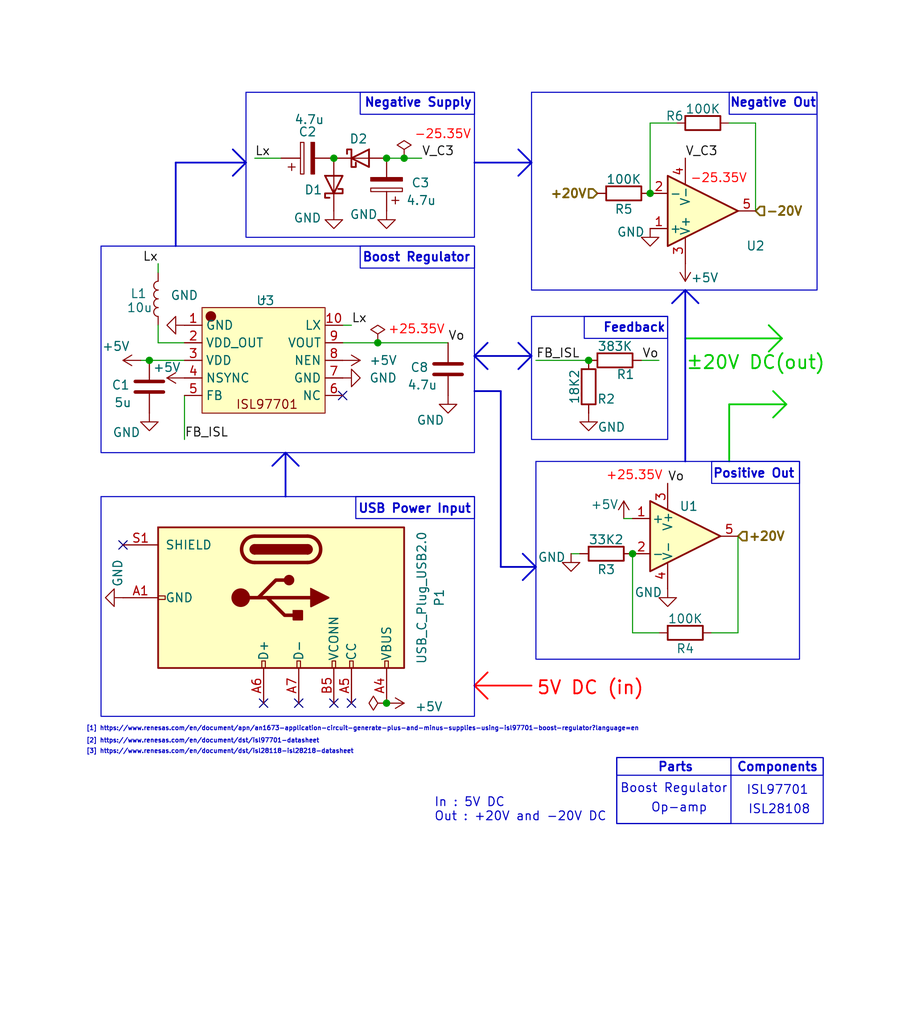
<source format=kicad_sch>
(kicad_sch
	(version 20231120)
	(generator "eeschema")
	(generator_version "8.0")
	(uuid "1a3f38ce-874a-4a0f-9b50-0a1c15279fd8")
	(paper "User" 132 148)
	(title_block
		(title "5V to ±20V Voltage Regulator")
		(date "2024-12-06")
		(rev "2.0")
		(company "Bandung Institute of Technology (ITB)")
		(comment 1 "Bostang Palaguna")
		(comment 2 "Designed by:")
	)
	(lib_symbols
		(symbol "Connector:USB_C_Plug_USB2.0"
			(pin_names
				(offset 1.016)
			)
			(exclude_from_sim no)
			(in_bom yes)
			(on_board yes)
			(property "Reference" "P"
				(at -10.16 19.05 0)
				(effects
					(font
						(size 1.27 1.27)
					)
					(justify left)
				)
			)
			(property "Value" "USB_C_Plug_USB2.0"
				(at 12.7 19.05 0)
				(effects
					(font
						(size 1.27 1.27)
					)
					(justify right)
				)
			)
			(property "Footprint" ""
				(at 3.81 0 0)
				(effects
					(font
						(size 1.27 1.27)
					)
					(hide yes)
				)
			)
			(property "Datasheet" "https://www.usb.org/sites/default/files/documents/usb_type-c.zip"
				(at 3.81 0 0)
				(effects
					(font
						(size 1.27 1.27)
					)
					(hide yes)
				)
			)
			(property "Description" "USB 2.0-only Type-C Plug connector"
				(at 0 0 0)
				(effects
					(font
						(size 1.27 1.27)
					)
					(hide yes)
				)
			)
			(property "ki_keywords" "usb universal serial bus type-C USB2.0"
				(at 0 0 0)
				(effects
					(font
						(size 1.27 1.27)
					)
					(hide yes)
				)
			)
			(property "ki_fp_filters" "USB*C*Plug*"
				(at 0 0 0)
				(effects
					(font
						(size 1.27 1.27)
					)
					(hide yes)
				)
			)
			(symbol "USB_C_Plug_USB2.0_0_0"
				(rectangle
					(start -0.254 -17.78)
					(end 0.254 -16.764)
					(stroke
						(width 0)
						(type default)
					)
					(fill
						(type none)
					)
				)
				(rectangle
					(start 10.16 -2.286)
					(end 9.144 -2.794)
					(stroke
						(width 0)
						(type default)
					)
					(fill
						(type none)
					)
				)
				(rectangle
					(start 10.16 2.794)
					(end 9.144 2.286)
					(stroke
						(width 0)
						(type default)
					)
					(fill
						(type none)
					)
				)
				(rectangle
					(start 10.16 7.874)
					(end 9.144 7.366)
					(stroke
						(width 0)
						(type default)
					)
					(fill
						(type none)
					)
				)
				(rectangle
					(start 10.16 10.414)
					(end 9.144 9.906)
					(stroke
						(width 0)
						(type default)
					)
					(fill
						(type none)
					)
				)
				(rectangle
					(start 10.16 15.494)
					(end 9.144 14.986)
					(stroke
						(width 0)
						(type default)
					)
					(fill
						(type none)
					)
				)
			)
			(symbol "USB_C_Plug_USB2.0_0_1"
				(rectangle
					(start -10.16 17.78)
					(end 10.16 -17.78)
					(stroke
						(width 0.254)
						(type default)
					)
					(fill
						(type background)
					)
				)
				(arc
					(start -8.89 -3.81)
					(mid -6.985 -5.7067)
					(end -5.08 -3.81)
					(stroke
						(width 0.508)
						(type default)
					)
					(fill
						(type none)
					)
				)
				(arc
					(start -7.62 -3.81)
					(mid -6.985 -4.4423)
					(end -6.35 -3.81)
					(stroke
						(width 0.254)
						(type default)
					)
					(fill
						(type none)
					)
				)
				(arc
					(start -7.62 -3.81)
					(mid -6.985 -4.4423)
					(end -6.35 -3.81)
					(stroke
						(width 0.254)
						(type default)
					)
					(fill
						(type outline)
					)
				)
				(rectangle
					(start -7.62 -3.81)
					(end -6.35 3.81)
					(stroke
						(width 0.254)
						(type default)
					)
					(fill
						(type outline)
					)
				)
				(arc
					(start -6.35 3.81)
					(mid -6.985 4.4423)
					(end -7.62 3.81)
					(stroke
						(width 0.254)
						(type default)
					)
					(fill
						(type none)
					)
				)
				(arc
					(start -6.35 3.81)
					(mid -6.985 4.4423)
					(end -7.62 3.81)
					(stroke
						(width 0.254)
						(type default)
					)
					(fill
						(type outline)
					)
				)
				(arc
					(start -5.08 3.81)
					(mid -6.985 5.7067)
					(end -8.89 3.81)
					(stroke
						(width 0.508)
						(type default)
					)
					(fill
						(type none)
					)
				)
				(circle
					(center -2.54 1.143)
					(radius 0.635)
					(stroke
						(width 0.254)
						(type default)
					)
					(fill
						(type outline)
					)
				)
				(circle
					(center 0 -5.842)
					(radius 1.27)
					(stroke
						(width 0)
						(type default)
					)
					(fill
						(type outline)
					)
				)
				(polyline
					(pts
						(xy -8.89 -3.81) (xy -8.89 3.81)
					)
					(stroke
						(width 0.508)
						(type default)
					)
					(fill
						(type none)
					)
				)
				(polyline
					(pts
						(xy -5.08 3.81) (xy -5.08 -3.81)
					)
					(stroke
						(width 0.508)
						(type default)
					)
					(fill
						(type none)
					)
				)
				(polyline
					(pts
						(xy 0 -5.842) (xy 0 4.318)
					)
					(stroke
						(width 0.508)
						(type default)
					)
					(fill
						(type none)
					)
				)
				(polyline
					(pts
						(xy 0 -3.302) (xy -2.54 -0.762) (xy -2.54 0.508)
					)
					(stroke
						(width 0.508)
						(type default)
					)
					(fill
						(type none)
					)
				)
				(polyline
					(pts
						(xy 0 -2.032) (xy 2.54 0.508) (xy 2.54 1.778)
					)
					(stroke
						(width 0.508)
						(type default)
					)
					(fill
						(type none)
					)
				)
				(polyline
					(pts
						(xy -1.27 4.318) (xy 0 6.858) (xy 1.27 4.318) (xy -1.27 4.318)
					)
					(stroke
						(width 0.254)
						(type default)
					)
					(fill
						(type outline)
					)
				)
				(rectangle
					(start 1.905 1.778)
					(end 3.175 3.048)
					(stroke
						(width 0.254)
						(type default)
					)
					(fill
						(type outline)
					)
				)
			)
			(symbol "USB_C_Plug_USB2.0_1_1"
				(pin passive line
					(at 0 -22.86 90)
					(length 5.08)
					(name "GND"
						(effects
							(font
								(size 1.27 1.27)
							)
						)
					)
					(number "A1"
						(effects
							(font
								(size 1.27 1.27)
							)
						)
					)
				)
				(pin passive line
					(at 0 -22.86 90)
					(length 5.08) hide
					(name "GND"
						(effects
							(font
								(size 1.27 1.27)
							)
						)
					)
					(number "A12"
						(effects
							(font
								(size 1.27 1.27)
							)
						)
					)
				)
				(pin passive line
					(at 15.24 15.24 180)
					(length 5.08)
					(name "VBUS"
						(effects
							(font
								(size 1.27 1.27)
							)
						)
					)
					(number "A4"
						(effects
							(font
								(size 1.27 1.27)
							)
						)
					)
				)
				(pin bidirectional line
					(at 15.24 10.16 180)
					(length 5.08)
					(name "CC"
						(effects
							(font
								(size 1.27 1.27)
							)
						)
					)
					(number "A5"
						(effects
							(font
								(size 1.27 1.27)
							)
						)
					)
				)
				(pin bidirectional line
					(at 15.24 -2.54 180)
					(length 5.08)
					(name "D+"
						(effects
							(font
								(size 1.27 1.27)
							)
						)
					)
					(number "A6"
						(effects
							(font
								(size 1.27 1.27)
							)
						)
					)
				)
				(pin bidirectional line
					(at 15.24 2.54 180)
					(length 5.08)
					(name "D-"
						(effects
							(font
								(size 1.27 1.27)
							)
						)
					)
					(number "A7"
						(effects
							(font
								(size 1.27 1.27)
							)
						)
					)
				)
				(pin passive line
					(at 15.24 15.24 180)
					(length 5.08) hide
					(name "VBUS"
						(effects
							(font
								(size 1.27 1.27)
							)
						)
					)
					(number "A9"
						(effects
							(font
								(size 1.27 1.27)
							)
						)
					)
				)
				(pin passive line
					(at 0 -22.86 90)
					(length 5.08) hide
					(name "GND"
						(effects
							(font
								(size 1.27 1.27)
							)
						)
					)
					(number "B1"
						(effects
							(font
								(size 1.27 1.27)
							)
						)
					)
				)
				(pin passive line
					(at 0 -22.86 90)
					(length 5.08) hide
					(name "GND"
						(effects
							(font
								(size 1.27 1.27)
							)
						)
					)
					(number "B12"
						(effects
							(font
								(size 1.27 1.27)
							)
						)
					)
				)
				(pin passive line
					(at 15.24 15.24 180)
					(length 5.08) hide
					(name "VBUS"
						(effects
							(font
								(size 1.27 1.27)
							)
						)
					)
					(number "B4"
						(effects
							(font
								(size 1.27 1.27)
							)
						)
					)
				)
				(pin bidirectional line
					(at 15.24 7.62 180)
					(length 5.08)
					(name "VCONN"
						(effects
							(font
								(size 1.27 1.27)
							)
						)
					)
					(number "B5"
						(effects
							(font
								(size 1.27 1.27)
							)
						)
					)
				)
				(pin passive line
					(at 15.24 15.24 180)
					(length 5.08) hide
					(name "VBUS"
						(effects
							(font
								(size 1.27 1.27)
							)
						)
					)
					(number "B9"
						(effects
							(font
								(size 1.27 1.27)
							)
						)
					)
				)
				(pin passive line
					(at -7.62 -22.86 90)
					(length 5.08)
					(name "SHIELD"
						(effects
							(font
								(size 1.27 1.27)
							)
						)
					)
					(number "S1"
						(effects
							(font
								(size 1.27 1.27)
							)
						)
					)
				)
			)
		)
		(symbol "Device:C"
			(pin_numbers hide)
			(pin_names
				(offset 0.254)
			)
			(exclude_from_sim no)
			(in_bom yes)
			(on_board yes)
			(property "Reference" "C"
				(at 0.635 2.54 0)
				(effects
					(font
						(size 1.27 1.27)
					)
					(justify left)
				)
			)
			(property "Value" "C"
				(at 0.635 -2.54 0)
				(effects
					(font
						(size 1.27 1.27)
					)
					(justify left)
				)
			)
			(property "Footprint" ""
				(at 0.9652 -3.81 0)
				(effects
					(font
						(size 1.27 1.27)
					)
					(hide yes)
				)
			)
			(property "Datasheet" "~"
				(at 0 0 0)
				(effects
					(font
						(size 1.27 1.27)
					)
					(hide yes)
				)
			)
			(property "Description" "Unpolarized capacitor"
				(at 0 0 0)
				(effects
					(font
						(size 1.27 1.27)
					)
					(hide yes)
				)
			)
			(property "ki_keywords" "cap capacitor"
				(at 0 0 0)
				(effects
					(font
						(size 1.27 1.27)
					)
					(hide yes)
				)
			)
			(property "ki_fp_filters" "C_*"
				(at 0 0 0)
				(effects
					(font
						(size 1.27 1.27)
					)
					(hide yes)
				)
			)
			(symbol "C_0_1"
				(polyline
					(pts
						(xy -2.032 -0.762) (xy 2.032 -0.762)
					)
					(stroke
						(width 0.508)
						(type default)
					)
					(fill
						(type none)
					)
				)
				(polyline
					(pts
						(xy -2.032 0.762) (xy 2.032 0.762)
					)
					(stroke
						(width 0.508)
						(type default)
					)
					(fill
						(type none)
					)
				)
			)
			(symbol "C_1_1"
				(pin passive line
					(at 0 3.81 270)
					(length 2.794)
					(name "~"
						(effects
							(font
								(size 1.27 1.27)
							)
						)
					)
					(number "1"
						(effects
							(font
								(size 1.27 1.27)
							)
						)
					)
				)
				(pin passive line
					(at 0 -3.81 90)
					(length 2.794)
					(name "~"
						(effects
							(font
								(size 1.27 1.27)
							)
						)
					)
					(number "2"
						(effects
							(font
								(size 1.27 1.27)
							)
						)
					)
				)
			)
		)
		(symbol "Device:C_Polarized"
			(pin_numbers hide)
			(pin_names
				(offset 0.254)
			)
			(exclude_from_sim no)
			(in_bom yes)
			(on_board yes)
			(property "Reference" "C"
				(at 0.635 2.54 0)
				(effects
					(font
						(size 1.27 1.27)
					)
					(justify left)
				)
			)
			(property "Value" "C_Polarized"
				(at 0.635 -2.54 0)
				(effects
					(font
						(size 1.27 1.27)
					)
					(justify left)
				)
			)
			(property "Footprint" ""
				(at 0.9652 -3.81 0)
				(effects
					(font
						(size 1.27 1.27)
					)
					(hide yes)
				)
			)
			(property "Datasheet" "~"
				(at 0 0 0)
				(effects
					(font
						(size 1.27 1.27)
					)
					(hide yes)
				)
			)
			(property "Description" "Polarized capacitor"
				(at 0 0 0)
				(effects
					(font
						(size 1.27 1.27)
					)
					(hide yes)
				)
			)
			(property "ki_keywords" "cap capacitor"
				(at 0 0 0)
				(effects
					(font
						(size 1.27 1.27)
					)
					(hide yes)
				)
			)
			(property "ki_fp_filters" "CP_*"
				(at 0 0 0)
				(effects
					(font
						(size 1.27 1.27)
					)
					(hide yes)
				)
			)
			(symbol "C_Polarized_0_1"
				(rectangle
					(start -2.286 0.508)
					(end 2.286 1.016)
					(stroke
						(width 0)
						(type default)
					)
					(fill
						(type none)
					)
				)
				(polyline
					(pts
						(xy -1.778 2.286) (xy -0.762 2.286)
					)
					(stroke
						(width 0)
						(type default)
					)
					(fill
						(type none)
					)
				)
				(polyline
					(pts
						(xy -1.27 2.794) (xy -1.27 1.778)
					)
					(stroke
						(width 0)
						(type default)
					)
					(fill
						(type none)
					)
				)
				(rectangle
					(start 2.286 -0.508)
					(end -2.286 -1.016)
					(stroke
						(width 0)
						(type default)
					)
					(fill
						(type outline)
					)
				)
			)
			(symbol "C_Polarized_1_1"
				(pin passive line
					(at 0 3.81 270)
					(length 2.794)
					(name "~"
						(effects
							(font
								(size 1.27 1.27)
							)
						)
					)
					(number "1"
						(effects
							(font
								(size 1.27 1.27)
							)
						)
					)
				)
				(pin passive line
					(at 0 -3.81 90)
					(length 2.794)
					(name "~"
						(effects
							(font
								(size 1.27 1.27)
							)
						)
					)
					(number "2"
						(effects
							(font
								(size 1.27 1.27)
							)
						)
					)
				)
			)
		)
		(symbol "Device:D_Schottky"
			(pin_numbers hide)
			(pin_names
				(offset 1.016) hide)
			(exclude_from_sim no)
			(in_bom yes)
			(on_board yes)
			(property "Reference" "D"
				(at 0 2.54 0)
				(effects
					(font
						(size 1.27 1.27)
					)
				)
			)
			(property "Value" "D_Schottky"
				(at 0 -2.54 0)
				(effects
					(font
						(size 1.27 1.27)
					)
				)
			)
			(property "Footprint" ""
				(at 0 0 0)
				(effects
					(font
						(size 1.27 1.27)
					)
					(hide yes)
				)
			)
			(property "Datasheet" "~"
				(at 0 0 0)
				(effects
					(font
						(size 1.27 1.27)
					)
					(hide yes)
				)
			)
			(property "Description" "Schottky diode"
				(at 0 0 0)
				(effects
					(font
						(size 1.27 1.27)
					)
					(hide yes)
				)
			)
			(property "ki_keywords" "diode Schottky"
				(at 0 0 0)
				(effects
					(font
						(size 1.27 1.27)
					)
					(hide yes)
				)
			)
			(property "ki_fp_filters" "TO-???* *_Diode_* *SingleDiode* D_*"
				(at 0 0 0)
				(effects
					(font
						(size 1.27 1.27)
					)
					(hide yes)
				)
			)
			(symbol "D_Schottky_0_1"
				(polyline
					(pts
						(xy 1.27 0) (xy -1.27 0)
					)
					(stroke
						(width 0)
						(type default)
					)
					(fill
						(type none)
					)
				)
				(polyline
					(pts
						(xy 1.27 1.27) (xy 1.27 -1.27) (xy -1.27 0) (xy 1.27 1.27)
					)
					(stroke
						(width 0.254)
						(type default)
					)
					(fill
						(type none)
					)
				)
				(polyline
					(pts
						(xy -1.905 0.635) (xy -1.905 1.27) (xy -1.27 1.27) (xy -1.27 -1.27) (xy -0.635 -1.27) (xy -0.635 -0.635)
					)
					(stroke
						(width 0.254)
						(type default)
					)
					(fill
						(type none)
					)
				)
			)
			(symbol "D_Schottky_1_1"
				(pin passive line
					(at -3.81 0 0)
					(length 2.54)
					(name "K"
						(effects
							(font
								(size 1.27 1.27)
							)
						)
					)
					(number "1"
						(effects
							(font
								(size 1.27 1.27)
							)
						)
					)
				)
				(pin passive line
					(at 3.81 0 180)
					(length 2.54)
					(name "A"
						(effects
							(font
								(size 1.27 1.27)
							)
						)
					)
					(number "2"
						(effects
							(font
								(size 1.27 1.27)
							)
						)
					)
				)
			)
		)
		(symbol "Device:L"
			(pin_numbers hide)
			(pin_names
				(offset 1.016) hide)
			(exclude_from_sim no)
			(in_bom yes)
			(on_board yes)
			(property "Reference" "L"
				(at -1.27 0 90)
				(effects
					(font
						(size 1.27 1.27)
					)
				)
			)
			(property "Value" "L"
				(at 1.905 0 90)
				(effects
					(font
						(size 1.27 1.27)
					)
				)
			)
			(property "Footprint" ""
				(at 0 0 0)
				(effects
					(font
						(size 1.27 1.27)
					)
					(hide yes)
				)
			)
			(property "Datasheet" "~"
				(at 0 0 0)
				(effects
					(font
						(size 1.27 1.27)
					)
					(hide yes)
				)
			)
			(property "Description" "Inductor"
				(at 0 0 0)
				(effects
					(font
						(size 1.27 1.27)
					)
					(hide yes)
				)
			)
			(property "ki_keywords" "inductor choke coil reactor magnetic"
				(at 0 0 0)
				(effects
					(font
						(size 1.27 1.27)
					)
					(hide yes)
				)
			)
			(property "ki_fp_filters" "Choke_* *Coil* Inductor_* L_*"
				(at 0 0 0)
				(effects
					(font
						(size 1.27 1.27)
					)
					(hide yes)
				)
			)
			(symbol "L_0_1"
				(arc
					(start 0 -2.54)
					(mid 0.6323 -1.905)
					(end 0 -1.27)
					(stroke
						(width 0)
						(type default)
					)
					(fill
						(type none)
					)
				)
				(arc
					(start 0 -1.27)
					(mid 0.6323 -0.635)
					(end 0 0)
					(stroke
						(width 0)
						(type default)
					)
					(fill
						(type none)
					)
				)
				(arc
					(start 0 0)
					(mid 0.6323 0.635)
					(end 0 1.27)
					(stroke
						(width 0)
						(type default)
					)
					(fill
						(type none)
					)
				)
				(arc
					(start 0 1.27)
					(mid 0.6323 1.905)
					(end 0 2.54)
					(stroke
						(width 0)
						(type default)
					)
					(fill
						(type none)
					)
				)
			)
			(symbol "L_1_1"
				(pin passive line
					(at 0 3.81 270)
					(length 1.27)
					(name "1"
						(effects
							(font
								(size 1.27 1.27)
							)
						)
					)
					(number "1"
						(effects
							(font
								(size 1.27 1.27)
							)
						)
					)
				)
				(pin passive line
					(at 0 -3.81 90)
					(length 1.27)
					(name "2"
						(effects
							(font
								(size 1.27 1.27)
							)
						)
					)
					(number "2"
						(effects
							(font
								(size 1.27 1.27)
							)
						)
					)
				)
			)
		)
		(symbol "Device:R"
			(pin_numbers hide)
			(pin_names
				(offset 0)
			)
			(exclude_from_sim no)
			(in_bom yes)
			(on_board yes)
			(property "Reference" "R"
				(at 2.032 0 90)
				(effects
					(font
						(size 1.27 1.27)
					)
				)
			)
			(property "Value" "R"
				(at 0 0 90)
				(effects
					(font
						(size 1.27 1.27)
					)
				)
			)
			(property "Footprint" ""
				(at -1.778 0 90)
				(effects
					(font
						(size 1.27 1.27)
					)
					(hide yes)
				)
			)
			(property "Datasheet" "~"
				(at 0 0 0)
				(effects
					(font
						(size 1.27 1.27)
					)
					(hide yes)
				)
			)
			(property "Description" "Resistor"
				(at 0 0 0)
				(effects
					(font
						(size 1.27 1.27)
					)
					(hide yes)
				)
			)
			(property "ki_keywords" "R res resistor"
				(at 0 0 0)
				(effects
					(font
						(size 1.27 1.27)
					)
					(hide yes)
				)
			)
			(property "ki_fp_filters" "R_*"
				(at 0 0 0)
				(effects
					(font
						(size 1.27 1.27)
					)
					(hide yes)
				)
			)
			(symbol "R_0_1"
				(rectangle
					(start -1.016 -2.54)
					(end 1.016 2.54)
					(stroke
						(width 0.254)
						(type default)
					)
					(fill
						(type none)
					)
				)
			)
			(symbol "R_1_1"
				(pin passive line
					(at 0 3.81 270)
					(length 1.27)
					(name "~"
						(effects
							(font
								(size 1.27 1.27)
							)
						)
					)
					(number "1"
						(effects
							(font
								(size 1.27 1.27)
							)
						)
					)
				)
				(pin passive line
					(at 0 -3.81 90)
					(length 1.27)
					(name "~"
						(effects
							(font
								(size 1.27 1.27)
							)
						)
					)
					(number "2"
						(effects
							(font
								(size 1.27 1.27)
							)
						)
					)
				)
			)
		)
		(symbol "Oscillator_library:ISL97701"
			(exclude_from_sim no)
			(in_bom yes)
			(on_board yes)
			(property "Reference" "U"
				(at 0 8.636 0)
				(effects
					(font
						(size 1.27 1.27)
					)
				)
			)
			(property "Value" ""
				(at -7.62 8.89 0)
				(effects
					(font
						(size 1.27 1.27)
					)
				)
			)
			(property "Footprint" ""
				(at -7.62 8.89 0)
				(effects
					(font
						(size 1.27 1.27)
					)
					(hide yes)
				)
			)
			(property "Datasheet" ""
				(at -7.62 8.89 0)
				(effects
					(font
						(size 1.27 1.27)
					)
					(hide yes)
				)
			)
			(property "Description" ""
				(at -7.62 8.89 0)
				(effects
					(font
						(size 1.27 1.27)
					)
					(hide yes)
				)
			)
			(symbol "ISL97701_1_1"
				(rectangle
					(start -8.89 7.62)
					(end 8.89 -7.62)
					(stroke
						(width 0)
						(type default)
					)
					(fill
						(type background)
					)
				)
				(circle
					(center -7.62 6.35)
					(radius 0.0001)
					(stroke
						(width 0.762)
						(type default)
					)
					(fill
						(type none)
					)
				)
				(text "ISL97701"
					(at 0.508 -6.35 0)
					(effects
						(font
							(size 1.27 1.27)
						)
					)
				)
				(pin power_out line
					(at -11.43 5.08 0)
					(length 2.54)
					(name "GND"
						(effects
							(font
								(size 1.27 1.27)
							)
						)
					)
					(number "1"
						(effects
							(font
								(size 1.27 1.27)
							)
						)
					)
				)
				(pin bidirectional line
					(at 11.43 5.08 180)
					(length 2.54)
					(name "LX"
						(effects
							(font
								(size 1.27 1.27)
							)
						)
					)
					(number "10"
						(effects
							(font
								(size 1.27 1.27)
							)
						)
					)
				)
				(pin bidirectional line
					(at -11.43 2.54 0)
					(length 2.54)
					(name "VDD_OUT"
						(effects
							(font
								(size 1.27 1.27)
							)
						)
					)
					(number "2"
						(effects
							(font
								(size 1.27 1.27)
							)
						)
					)
				)
				(pin power_in line
					(at -11.43 0 0)
					(length 2.54)
					(name "VDD"
						(effects
							(font
								(size 1.27 1.27)
							)
						)
					)
					(number "3"
						(effects
							(font
								(size 1.27 1.27)
							)
						)
					)
				)
				(pin bidirectional line
					(at -11.43 -2.54 0)
					(length 2.54)
					(name "NSYNC"
						(effects
							(font
								(size 1.27 1.27)
							)
						)
					)
					(number "4"
						(effects
							(font
								(size 1.27 1.27)
							)
						)
					)
				)
				(pin bidirectional line
					(at -11.43 -5.08 0)
					(length 2.54)
					(name "FB"
						(effects
							(font
								(size 1.27 1.27)
							)
						)
					)
					(number "5"
						(effects
							(font
								(size 1.27 1.27)
							)
						)
					)
				)
				(pin bidirectional line
					(at 11.43 -5.08 180)
					(length 2.54)
					(name "NC"
						(effects
							(font
								(size 1.27 1.27)
							)
						)
					)
					(number "6"
						(effects
							(font
								(size 1.27 1.27)
							)
						)
					)
				)
				(pin power_out line
					(at 11.43 -2.54 180)
					(length 2.54)
					(name "GND"
						(effects
							(font
								(size 1.27 1.27)
							)
						)
					)
					(number "7"
						(effects
							(font
								(size 1.27 1.27)
							)
						)
					)
				)
				(pin bidirectional line
					(at 11.43 0 180)
					(length 2.54)
					(name "NEN"
						(effects
							(font
								(size 1.27 1.27)
							)
						)
					)
					(number "8"
						(effects
							(font
								(size 1.27 1.27)
							)
						)
					)
				)
				(pin bidirectional line
					(at 11.43 2.54 180)
					(length 2.54)
					(name "VOUT"
						(effects
							(font
								(size 1.27 1.27)
							)
						)
					)
					(number "9"
						(effects
							(font
								(size 1.27 1.27)
							)
						)
					)
				)
			)
		)
		(symbol "Simulation_SPICE:OPAMP"
			(pin_names
				(offset 0.254)
			)
			(exclude_from_sim no)
			(in_bom yes)
			(on_board yes)
			(property "Reference" "U"
				(at 3.81 3.175 0)
				(effects
					(font
						(size 1.27 1.27)
					)
					(justify left)
				)
			)
			(property "Value" "${SIM.PARAMS}"
				(at 3.81 -3.175 0)
				(effects
					(font
						(size 1.27 1.27)
					)
					(justify left)
				)
			)
			(property "Footprint" ""
				(at 0 0 0)
				(effects
					(font
						(size 1.27 1.27)
					)
					(hide yes)
				)
			)
			(property "Datasheet" "https://ngspice.sourceforge.io/docs/ngspice-html-manual/manual.xhtml#sec__SUBCKT_Subcircuits"
				(at 0 0 0)
				(effects
					(font
						(size 1.27 1.27)
					)
					(hide yes)
				)
			)
			(property "Description" "Operational amplifier, single, node sequence=1:+ 2:- 3:OUT 4:V+ 5:V-"
				(at 0 0 0)
				(effects
					(font
						(size 1.27 1.27)
					)
					(hide yes)
				)
			)
			(property "Sim.Pins" "1=in+ 2=in- 3=vcc 4=vee 5=out"
				(at 0 0 0)
				(effects
					(font
						(size 1.27 1.27)
					)
					(hide yes)
				)
			)
			(property "Sim.Device" "SUBCKT"
				(at 0 0 0)
				(effects
					(font
						(size 1.27 1.27)
					)
					(justify left)
					(hide yes)
				)
			)
			(property "Sim.Library" "${KICAD8_SYMBOL_DIR}/Simulation_SPICE.sp"
				(at 0 0 0)
				(effects
					(font
						(size 1.27 1.27)
					)
					(hide yes)
				)
			)
			(property "Sim.Name" "kicad_builtin_opamp"
				(at 0 0 0)
				(effects
					(font
						(size 1.27 1.27)
					)
					(hide yes)
				)
			)
			(property "ki_keywords" "simulation"
				(at 0 0 0)
				(effects
					(font
						(size 1.27 1.27)
					)
					(hide yes)
				)
			)
			(symbol "OPAMP_0_1"
				(polyline
					(pts
						(xy 5.08 0) (xy -5.08 5.08) (xy -5.08 -5.08) (xy 5.08 0)
					)
					(stroke
						(width 0.254)
						(type default)
					)
					(fill
						(type background)
					)
				)
			)
			(symbol "OPAMP_1_1"
				(pin input line
					(at -7.62 2.54 0)
					(length 2.54)
					(name "+"
						(effects
							(font
								(size 1.27 1.27)
							)
						)
					)
					(number "1"
						(effects
							(font
								(size 1.27 1.27)
							)
						)
					)
				)
				(pin input line
					(at -7.62 -2.54 0)
					(length 2.54)
					(name "-"
						(effects
							(font
								(size 1.27 1.27)
							)
						)
					)
					(number "2"
						(effects
							(font
								(size 1.27 1.27)
							)
						)
					)
				)
				(pin power_in line
					(at -2.54 7.62 270)
					(length 3.81)
					(name "V+"
						(effects
							(font
								(size 1.27 1.27)
							)
						)
					)
					(number "3"
						(effects
							(font
								(size 1.27 1.27)
							)
						)
					)
				)
				(pin power_in line
					(at -2.54 -7.62 90)
					(length 3.81)
					(name "V-"
						(effects
							(font
								(size 1.27 1.27)
							)
						)
					)
					(number "4"
						(effects
							(font
								(size 1.27 1.27)
							)
						)
					)
				)
				(pin output line
					(at 7.62 0 180)
					(length 2.54)
					(name "~"
						(effects
							(font
								(size 1.27 1.27)
							)
						)
					)
					(number "5"
						(effects
							(font
								(size 1.27 1.27)
							)
						)
					)
				)
			)
		)
		(symbol "power:+5V"
			(power)
			(pin_numbers hide)
			(pin_names
				(offset 0) hide)
			(exclude_from_sim no)
			(in_bom yes)
			(on_board yes)
			(property "Reference" "#PWR"
				(at 0 -3.81 0)
				(effects
					(font
						(size 1.27 1.27)
					)
					(hide yes)
				)
			)
			(property "Value" "+5V"
				(at 0 3.556 0)
				(effects
					(font
						(size 1.27 1.27)
					)
				)
			)
			(property "Footprint" ""
				(at 0 0 0)
				(effects
					(font
						(size 1.27 1.27)
					)
					(hide yes)
				)
			)
			(property "Datasheet" ""
				(at 0 0 0)
				(effects
					(font
						(size 1.27 1.27)
					)
					(hide yes)
				)
			)
			(property "Description" "Power symbol creates a global label with name \"+5V\""
				(at 0 0 0)
				(effects
					(font
						(size 1.27 1.27)
					)
					(hide yes)
				)
			)
			(property "ki_keywords" "global power"
				(at 0 0 0)
				(effects
					(font
						(size 1.27 1.27)
					)
					(hide yes)
				)
			)
			(symbol "+5V_0_1"
				(polyline
					(pts
						(xy -0.762 1.27) (xy 0 2.54)
					)
					(stroke
						(width 0)
						(type default)
					)
					(fill
						(type none)
					)
				)
				(polyline
					(pts
						(xy 0 0) (xy 0 2.54)
					)
					(stroke
						(width 0)
						(type default)
					)
					(fill
						(type none)
					)
				)
				(polyline
					(pts
						(xy 0 2.54) (xy 0.762 1.27)
					)
					(stroke
						(width 0)
						(type default)
					)
					(fill
						(type none)
					)
				)
			)
			(symbol "+5V_1_1"
				(pin power_in line
					(at 0 0 90)
					(length 0)
					(name "~"
						(effects
							(font
								(size 1.27 1.27)
							)
						)
					)
					(number "1"
						(effects
							(font
								(size 1.27 1.27)
							)
						)
					)
				)
			)
		)
		(symbol "power:GND"
			(power)
			(pin_numbers hide)
			(pin_names
				(offset 0) hide)
			(exclude_from_sim no)
			(in_bom yes)
			(on_board yes)
			(property "Reference" "#PWR"
				(at 0 -6.35 0)
				(effects
					(font
						(size 1.27 1.27)
					)
					(hide yes)
				)
			)
			(property "Value" "GND"
				(at 0 -3.81 0)
				(effects
					(font
						(size 1.27 1.27)
					)
				)
			)
			(property "Footprint" ""
				(at 0 0 0)
				(effects
					(font
						(size 1.27 1.27)
					)
					(hide yes)
				)
			)
			(property "Datasheet" ""
				(at 0 0 0)
				(effects
					(font
						(size 1.27 1.27)
					)
					(hide yes)
				)
			)
			(property "Description" "Power symbol creates a global label with name \"GND\" , ground"
				(at 0 0 0)
				(effects
					(font
						(size 1.27 1.27)
					)
					(hide yes)
				)
			)
			(property "ki_keywords" "global power"
				(at 0 0 0)
				(effects
					(font
						(size 1.27 1.27)
					)
					(hide yes)
				)
			)
			(symbol "GND_0_1"
				(polyline
					(pts
						(xy 0 0) (xy 0 -1.27) (xy 1.27 -1.27) (xy 0 -2.54) (xy -1.27 -1.27) (xy 0 -1.27)
					)
					(stroke
						(width 0)
						(type default)
					)
					(fill
						(type none)
					)
				)
			)
			(symbol "GND_1_1"
				(pin power_in line
					(at 0 0 270)
					(length 0)
					(name "~"
						(effects
							(font
								(size 1.27 1.27)
							)
						)
					)
					(number "1"
						(effects
							(font
								(size 1.27 1.27)
							)
						)
					)
				)
			)
		)
		(symbol "power:PWR_FLAG"
			(power)
			(pin_numbers hide)
			(pin_names
				(offset 0) hide)
			(exclude_from_sim no)
			(in_bom yes)
			(on_board yes)
			(property "Reference" "#FLG"
				(at 0 1.905 0)
				(effects
					(font
						(size 1.27 1.27)
					)
					(hide yes)
				)
			)
			(property "Value" "PWR_FLAG"
				(at 0 3.81 0)
				(effects
					(font
						(size 1.27 1.27)
					)
				)
			)
			(property "Footprint" ""
				(at 0 0 0)
				(effects
					(font
						(size 1.27 1.27)
					)
					(hide yes)
				)
			)
			(property "Datasheet" "~"
				(at 0 0 0)
				(effects
					(font
						(size 1.27 1.27)
					)
					(hide yes)
				)
			)
			(property "Description" "Special symbol for telling ERC where power comes from"
				(at 0 0 0)
				(effects
					(font
						(size 1.27 1.27)
					)
					(hide yes)
				)
			)
			(property "ki_keywords" "flag power"
				(at 0 0 0)
				(effects
					(font
						(size 1.27 1.27)
					)
					(hide yes)
				)
			)
			(symbol "PWR_FLAG_0_0"
				(pin power_out line
					(at 0 0 90)
					(length 0)
					(name "~"
						(effects
							(font
								(size 1.27 1.27)
							)
						)
					)
					(number "1"
						(effects
							(font
								(size 1.27 1.27)
							)
						)
					)
				)
			)
			(symbol "PWR_FLAG_0_1"
				(polyline
					(pts
						(xy 0 0) (xy 0 1.27) (xy -1.016 1.905) (xy 0 2.54) (xy 1.016 1.905) (xy 0 1.27)
					)
					(stroke
						(width 0)
						(type default)
					)
					(fill
						(type none)
					)
				)
			)
		)
	)
	(junction
		(at 55.88 22.86)
		(diameter 0)
		(color 0 0 0 0)
		(uuid "24d8c2ad-d706-4ef3-b088-f43c93704f1c")
	)
	(junction
		(at 91.44 80.01)
		(diameter 0)
		(color 0 0 0 0)
		(uuid "3ca9749a-863c-49f2-8007-3a203fa35d0a")
	)
	(junction
		(at 48.26 22.86)
		(diameter 0)
		(color 0 0 0 0)
		(uuid "405d81b7-a9a8-4bc9-910d-eba54f324a85")
	)
	(junction
		(at 58.42 22.86)
		(diameter 0)
		(color 0 0 0 0)
		(uuid "44f4b76f-b023-4c1f-91f3-9d4f4b57b23e")
	)
	(junction
		(at 85.09 52.07)
		(diameter 0)
		(color 0 0 0 0)
		(uuid "4d20d7c2-846a-49ea-8658-0e8fa2f2c0fa")
	)
	(junction
		(at 55.88 101.6)
		(diameter 0)
		(color 0 0 0 0)
		(uuid "840346d6-79ec-4307-a741-d44cdec5234b")
	)
	(junction
		(at 54.61 49.53)
		(diameter 0)
		(color 0 0 0 0)
		(uuid "ae8d296b-f776-47a9-a3ec-76c324e90a70")
	)
	(junction
		(at 93.98 27.94)
		(diameter 0)
		(color 0 0 0 0)
		(uuid "c6e70717-283e-43ed-b474-65c4436f3793")
	)
	(junction
		(at 21.59 52.07)
		(diameter 0)
		(color 0 0 0 0)
		(uuid "d7bd3860-11d8-4f33-ab9e-742b6c1e308d")
	)
	(no_connect
		(at 38.1 101.6)
		(uuid "0d76305b-a065-4c32-ad13-6ee5a7aa8dbb")
	)
	(no_connect
		(at 43.18 101.6)
		(uuid "2fe12887-3dad-47ec-b7b9-a1fd2447b64e")
	)
	(no_connect
		(at 48.26 101.6)
		(uuid "6dbe3ba6-e78b-41c2-87fd-8482bd3949a2")
	)
	(no_connect
		(at 50.8 101.6)
		(uuid "b32f441e-7a03-49c5-bfe2-aafd336b43a6")
	)
	(no_connect
		(at 49.53 57.15)
		(uuid "b960160f-45a5-416d-a441-2d302b510b6b")
	)
	(no_connect
		(at 17.78 78.74)
		(uuid "df1e7731-ae11-4d7e-823f-f2035a9946e3")
	)
	(wire
		(pts
			(xy 22.86 49.53) (xy 22.86 46.99)
		)
		(stroke
			(width 0)
			(type default)
		)
		(uuid "023e96bf-1217-47b6-9e9d-801fabaf5617")
	)
	(polyline
		(pts
			(xy 74.93 49.53) (xy 76.835 51.435)
		)
		(stroke
			(width 0.254)
			(type default)
		)
		(uuid "0ab4c68c-f164-4718-94e9-9ff116931144")
	)
	(wire
		(pts
			(xy 21.59 52.07) (xy 26.67 52.07)
		)
		(stroke
			(width 0)
			(type default)
		)
		(uuid "0b1f8279-1533-417a-8738-67babef9ff60")
	)
	(polyline
		(pts
			(xy 100.965 43.815) (xy 99.06 41.91)
		)
		(stroke
			(width 0.254)
			(type default)
		)
		(uuid "107333ed-a5cb-4149-ab68-f63f966d195c")
	)
	(wire
		(pts
			(xy 106.68 91.44) (xy 106.68 77.47)
		)
		(stroke
			(width 0)
			(type default)
		)
		(uuid "185eb825-3032-413d-886f-a12236bb751e")
	)
	(wire
		(pts
			(xy 91.44 91.44) (xy 95.25 91.44)
		)
		(stroke
			(width 0)
			(type default)
		)
		(uuid "1c2682fa-bc93-46c9-947e-99f46d6dbc74")
	)
	(polyline
		(pts
			(xy 111.76 60.325) (xy 113.665 58.42)
		)
		(stroke
			(width 0.254)
			(type default)
			(color 0 194 0 1)
		)
		(uuid "1fbf8cae-cacf-4392-9152-5620b336e08f")
	)
	(polyline
		(pts
			(xy 76.835 99.06) (xy 68.58 99.06)
		)
		(stroke
			(width 0.254)
			(type default)
			(color 255 0 0 1)
		)
		(uuid "230d00df-49e1-482e-9dfe-2b12fd192f5d")
	)
	(polyline
		(pts
			(xy 111.125 46.99) (xy 113.03 48.895)
		)
		(stroke
			(width 0.254)
			(type default)
			(color 0 194 0 1)
		)
		(uuid "327ea1b7-3181-4f39-bb86-52175c031c9b")
	)
	(polyline
		(pts
			(xy 39.37 67.31) (xy 41.275 65.405)
		)
		(stroke
			(width 0.254)
			(type default)
		)
		(uuid "32d6a8dc-b6c2-43f8-bd47-dea03a9147d2")
	)
	(wire
		(pts
			(xy 82.55 80.01) (xy 83.82 80.01)
		)
		(stroke
			(width 0)
			(type default)
		)
		(uuid "37720260-9d5d-47a9-84e9-3164d61602c6")
	)
	(polyline
		(pts
			(xy 74.93 53.34) (xy 76.835 51.435)
		)
		(stroke
			(width 0.254)
			(type default)
		)
		(uuid "39d5aa12-1077-4457-a32e-14729733a8db")
	)
	(polyline
		(pts
			(xy 74.93 25.4) (xy 76.835 23.495)
		)
		(stroke
			(width 0.254)
			(type default)
		)
		(uuid "3faf2501-69c2-4136-8b01-ffeb16906a49")
	)
	(polyline
		(pts
			(xy 33.655 25.4) (xy 35.56 23.495)
		)
		(stroke
			(width 0.254)
			(type default)
		)
		(uuid "439ccba0-0588-4480-abeb-fbbcd21e8d2e")
	)
	(wire
		(pts
			(xy 93.98 27.94) (xy 93.98 17.78)
		)
		(stroke
			(width 0)
			(type default)
		)
		(uuid "476175cb-04a4-46d3-b6a3-14649534d03e")
	)
	(polyline
		(pts
			(xy 25.4 35.56) (xy 25.4 23.495)
		)
		(stroke
			(width 0.254)
			(type default)
		)
		(uuid "486b6cdd-206e-4ed4-bf78-e60e3a049f95")
	)
	(wire
		(pts
			(xy 90.17 74.93) (xy 91.44 74.93)
		)
		(stroke
			(width 0)
			(type default)
		)
		(uuid "4980bb37-5ec7-4a52-ac36-bf8d50055357")
	)
	(polyline
		(pts
			(xy 77.47 81.915) (xy 72.39 81.915)
		)
		(stroke
			(width 0.254)
			(type default)
		)
		(uuid "582d2d3c-f4eb-4bd2-ae34-9eb75d33dab5")
	)
	(polyline
		(pts
			(xy 33.655 21.59) (xy 35.56 23.495)
		)
		(stroke
			(width 0.254)
			(type default)
		)
		(uuid "627c217d-7108-4079-bb2d-717a6dfb2046")
	)
	(wire
		(pts
			(xy 49.53 46.99) (xy 50.8 46.99)
		)
		(stroke
			(width 0)
			(type default)
		)
		(uuid "639e4aa0-9470-4244-a02b-2bdfb94c15b9")
	)
	(polyline
		(pts
			(xy 99.06 66.675) (xy 99.06 41.91)
		)
		(stroke
			(width 0.254)
			(type default)
		)
		(uuid "656a4886-eb16-4c32-b8c3-cb7ff60b7047")
	)
	(polyline
		(pts
			(xy 70.485 97.155) (xy 68.58 99.06)
		)
		(stroke
			(width 0.254)
			(type default)
			(color 255 0 0 1)
		)
		(uuid "695031d7-e9e2-40b1-91bb-ad8541f8dbc4")
	)
	(polyline
		(pts
			(xy 70.485 49.53) (xy 68.58 51.435)
		)
		(stroke
			(width 0.254)
			(type default)
		)
		(uuid "6d0f247b-afb7-4115-8b5c-cafe3d467478")
	)
	(polyline
		(pts
			(xy 70.485 100.965) (xy 68.58 99.06)
		)
		(stroke
			(width 0.254)
			(type default)
			(color 255 0 0 1)
		)
		(uuid "756eb634-b34c-4357-a695-c4f4639c2711")
	)
	(polyline
		(pts
			(xy 97.155 43.815) (xy 99.06 41.91)
		)
		(stroke
			(width 0.254)
			(type default)
		)
		(uuid "7d8b399e-19b8-46f8-99e0-fa8326255990")
	)
	(polyline
		(pts
			(xy 75.565 80.01) (xy 77.47 81.915)
		)
		(stroke
			(width 0.254)
			(type default)
		)
		(uuid "8279e34d-b149-4ffe-8370-a2253c5d8ca0")
	)
	(polyline
		(pts
			(xy 105.41 58.42) (xy 113.665 58.42)
		)
		(stroke
			(width 0.254)
			(type default)
			(color 0 194 0 1)
		)
		(uuid "878b5900-a3b8-4357-a32d-b52695a4eb86")
	)
	(polyline
		(pts
			(xy 74.93 21.59) (xy 76.835 23.495)
		)
		(stroke
			(width 0.254)
			(type default)
		)
		(uuid "8ccde128-05f7-4b5d-8fe2-70b1f55164cd")
	)
	(wire
		(pts
			(xy 36.83 22.86) (xy 40.64 22.86)
		)
		(stroke
			(width 0)
			(type default)
		)
		(uuid "8d11e4b4-544a-4d57-b93c-de99a0e68606")
	)
	(polyline
		(pts
			(xy 72.39 81.915) (xy 72.39 56.515)
		)
		(stroke
			(width 0.254)
			(type default)
		)
		(uuid "96dd83a2-1d62-4eb2-a79f-0c0c790f56d3")
	)
	(polyline
		(pts
			(xy 41.275 71.755) (xy 41.275 65.405)
		)
		(stroke
			(width 0.254)
			(type default)
		)
		(uuid "96e2baf9-d2a4-4ba4-af9f-6b9f15e6e55f")
	)
	(wire
		(pts
			(xy 22.86 38.1) (xy 22.86 39.37)
		)
		(stroke
			(width 0)
			(type default)
		)
		(uuid "9716a49c-d5d1-4ddf-b34b-a498157072c0")
	)
	(wire
		(pts
			(xy 102.87 91.44) (xy 106.68 91.44)
		)
		(stroke
			(width 0)
			(type default)
		)
		(uuid "98189829-93c0-4a29-b4f4-fdc30da0d2b2")
	)
	(polyline
		(pts
			(xy 111.76 56.515) (xy 113.665 58.42)
		)
		(stroke
			(width 0.254)
			(type default)
			(color 0 194 0 1)
		)
		(uuid "9b98be5a-1dc6-4efb-8e8f-41fe9c03eb23")
	)
	(wire
		(pts
			(xy 105.41 17.78) (xy 109.22 17.78)
		)
		(stroke
			(width 0)
			(type default)
		)
		(uuid "9dcb15ae-bd4d-4516-906c-13a67f2a0a9b")
	)
	(polyline
		(pts
			(xy 105.41 66.675) (xy 105.41 58.42)
		)
		(stroke
			(width 0.254)
			(type default)
			(color 0 194 0 1)
		)
		(uuid "a2e29a6c-b96c-440f-84cc-6c0056b55be9")
	)
	(wire
		(pts
			(xy 60.96 22.86) (xy 58.42 22.86)
		)
		(stroke
			(width 0)
			(type default)
		)
		(uuid "a7154c2e-3739-44f9-9d2c-9c5f60948080")
	)
	(wire
		(pts
			(xy 92.71 52.07) (xy 95.25 52.07)
		)
		(stroke
			(width 0)
			(type default)
		)
		(uuid "af51617d-36ab-48e5-8d62-f85aa70d519c")
	)
	(polyline
		(pts
			(xy 76.835 51.435) (xy 68.58 51.435)
		)
		(stroke
			(width 0.254)
			(type default)
		)
		(uuid "b2cc4d0c-5d43-4988-b595-08e5f313f04f")
	)
	(polyline
		(pts
			(xy 25.4 23.495) (xy 35.56 23.495)
		)
		(stroke
			(width 0.254)
			(type default)
		)
		(uuid "bac98323-582a-465b-9639-34c60475a9b4")
	)
	(wire
		(pts
			(xy 26.67 63.5) (xy 26.67 57.15)
		)
		(stroke
			(width 0)
			(type default)
		)
		(uuid "bae142a6-1234-43a0-a307-90b5e99b7793")
	)
	(wire
		(pts
			(xy 20.32 52.07) (xy 21.59 52.07)
		)
		(stroke
			(width 0)
			(type default)
		)
		(uuid "bae1e6cb-2bad-4c41-8d99-941235c7410e")
	)
	(wire
		(pts
			(xy 22.86 49.53) (xy 26.67 49.53)
		)
		(stroke
			(width 0)
			(type default)
		)
		(uuid "bc26c126-862b-4353-b925-972d5a2d6c04")
	)
	(wire
		(pts
			(xy 54.61 49.53) (xy 64.77 49.53)
		)
		(stroke
			(width 0)
			(type default)
		)
		(uuid "bc623eff-faf4-4a71-ba5b-9f25f9639cac")
	)
	(wire
		(pts
			(xy 109.22 17.78) (xy 109.22 30.48)
		)
		(stroke
			(width 0)
			(type default)
		)
		(uuid "bd794fe8-092a-49a1-a72e-1525c24428d3")
	)
	(polyline
		(pts
			(xy 75.565 83.82) (xy 77.47 81.915)
		)
		(stroke
			(width 0.254)
			(type default)
		)
		(uuid "bf23ca73-9b3e-4284-8157-120d1be0d611")
	)
	(wire
		(pts
			(xy 77.47 52.07) (xy 85.09 52.07)
		)
		(stroke
			(width 0)
			(type default)
		)
		(uuid "c8490562-6766-45f5-92b4-08284d7e74f6")
	)
	(wire
		(pts
			(xy 91.44 80.01) (xy 91.44 91.44)
		)
		(stroke
			(width 0)
			(type default)
		)
		(uuid "ca7a2db8-3493-499f-a9cd-76cfe3c64e81")
	)
	(wire
		(pts
			(xy 49.53 49.53) (xy 54.61 49.53)
		)
		(stroke
			(width 0)
			(type default)
		)
		(uuid "ce090c90-431d-4aef-8e31-5f6bb2646362")
	)
	(polyline
		(pts
			(xy 76.835 23.495) (xy 68.58 23.495)
		)
		(stroke
			(width 0.254)
			(type default)
		)
		(uuid "d1b5072d-1ed2-4873-a551-253198cd8f26")
	)
	(polyline
		(pts
			(xy 99.06 48.895) (xy 113.03 48.895)
		)
		(stroke
			(width 0.254)
			(type default)
			(color 0 194 0 1)
		)
		(uuid "d4ccf80f-6194-4e91-be9a-2df409f82f12")
	)
	(polyline
		(pts
			(xy 111.125 50.8) (xy 113.03 48.895)
		)
		(stroke
			(width 0.254)
			(type default)
			(color 0 194 0 1)
		)
		(uuid "d68e5606-56e6-49d8-ae9b-5ba226d2ad65")
	)
	(polyline
		(pts
			(xy 70.485 53.34) (xy 68.58 51.435)
		)
		(stroke
			(width 0.254)
			(type default)
		)
		(uuid "dfa9806a-0bf1-48ff-a20d-55cbb9216727")
	)
	(polyline
		(pts
			(xy 72.39 56.515) (xy 68.58 56.515)
		)
		(stroke
			(width 0.254)
			(type default)
		)
		(uuid "eb5f4501-50b5-4a52-8420-5808a046b42f")
	)
	(polyline
		(pts
			(xy 43.18 67.31) (xy 41.275 65.405)
		)
		(stroke
			(width 0.254)
			(type default)
		)
		(uuid "eed913f0-69ed-45c6-82e6-4e076a24ad6b")
	)
	(wire
		(pts
			(xy 93.98 17.78) (xy 97.79 17.78)
		)
		(stroke
			(width 0)
			(type default)
		)
		(uuid "fa227a72-daab-4267-b8c1-c5d568e4df81")
	)
	(wire
		(pts
			(xy 58.42 22.86) (xy 55.88 22.86)
		)
		(stroke
			(width 0)
			(type default)
		)
		(uuid "fd300008-6dfb-44ed-b4d3-22580b6ecb78")
	)
	(rectangle
		(start 51.435 71.755)
		(end 68.58 74.93)
		(stroke
			(width 0)
			(type default)
		)
		(fill
			(type none)
		)
		(uuid 0be9fc32-f528-464b-8c65-9db21f6690f2)
	)
	(rectangle
		(start 14.605 35.56)
		(end 68.58 65.405)
		(stroke
			(width 0)
			(type default)
		)
		(fill
			(type none)
		)
		(uuid 34da74aa-beaa-4290-9f61-3c3c77faecc6)
	)
	(rectangle
		(start 76.835 13.335)
		(end 118.11 41.91)
		(stroke
			(width 0)
			(type default)
		)
		(fill
			(type none)
		)
		(uuid 62bdd2d0-de4e-40bf-a8df-8e02b3f0b59e)
	)
	(rectangle
		(start 84.455 45.72)
		(end 96.52 48.895)
		(stroke
			(width 0)
			(type default)
		)
		(fill
			(type none)
		)
		(uuid 68c5ec0b-a211-4417-8e1a-a81ec1b928ec)
	)
	(rectangle
		(start 52.07 13.335)
		(end 68.58 16.51)
		(stroke
			(width 0)
			(type default)
		)
		(fill
			(type none)
		)
		(uuid 74c637b5-51e5-4420-9884-783ac4c19b73)
	)
	(rectangle
		(start 105.41 13.335)
		(end 118.11 16.51)
		(stroke
			(width 0)
			(type default)
		)
		(fill
			(type none)
		)
		(uuid 75e698e3-0000-4b2c-9f46-0026ccca310b)
	)
	(rectangle
		(start 76.835 45.72)
		(end 96.52 63.5)
		(stroke
			(width 0)
			(type default)
		)
		(fill
			(type none)
		)
		(uuid 8ea141f3-b737-4dcc-897e-bbfef51fdcb3)
	)
	(rectangle
		(start 35.56 13.335)
		(end 68.58 34.29)
		(stroke
			(width 0)
			(type default)
		)
		(fill
			(type none)
		)
		(uuid a9dc37e3-ced1-453e-8f68-b4dccea5a62b)
	)
	(rectangle
		(start 14.605 71.755)
		(end 68.58 103.505)
		(stroke
			(width 0)
			(type default)
		)
		(fill
			(type none)
		)
		(uuid aae8f0ec-26b2-4afc-818d-7fa9cd5ad1d7)
	)
	(rectangle
		(start 52.07 35.56)
		(end 68.58 38.735)
		(stroke
			(width 0)
			(type default)
		)
		(fill
			(type none)
		)
		(uuid b01f740b-97e2-474e-bb00-cb47644b6d6f)
	)
	(rectangle
		(start 102.87 66.675)
		(end 115.57 69.85)
		(stroke
			(width 0)
			(type default)
		)
		(fill
			(type none)
		)
		(uuid c0d5a0cf-e9e3-4ecb-a34b-9ed40964a39b)
	)
	(rectangle
		(start 89.154 109.474)
		(end 118.999 118.999)
		(stroke
			(width 0)
			(type default)
		)
		(fill
			(type none)
		)
		(uuid c858b911-db4e-41bc-93d2-4f9fa9e1fc40)
	)
	(rectangle
		(start 89.154 109.474)
		(end 118.999 112.014)
		(stroke
			(width 0)
			(type default)
		)
		(fill
			(type none)
		)
		(uuid cf47be23-b440-4a85-a928-8b8bc92cc6cb)
	)
	(rectangle
		(start 89.154 109.474)
		(end 105.664 118.999)
		(stroke
			(width 0)
			(type default)
		)
		(fill
			(type none)
		)
		(uuid eeae7e51-34fe-4247-b832-537a07524329)
	)
	(rectangle
		(start 77.47 66.675)
		(end 115.57 95.25)
		(stroke
			(width 0)
			(type default)
		)
		(fill
			(type none)
		)
		(uuid faac7653-547d-41d8-84bb-07eead3c9723)
	)
	(text "In : 5V DC\nOut : +20V and -20V DC"
		(exclude_from_sim no)
		(at 62.738 117.094 0)
		(effects
			(font
				(size 1.27 1.27)
			)
			(justify left)
		)
		(uuid "0b398a02-d7a4-46cf-8b05-2afda12a942b")
	)
	(text "Positive Out"
		(exclude_from_sim no)
		(at 108.966 68.58 0)
		(effects
			(font
				(size 1.27 1.27)
				(thickness 0.254)
				(bold yes)
			)
		)
		(uuid "26337dc5-0d7f-4488-87ac-8ee09ec0a395")
	)
	(text "Feedback"
		(exclude_from_sim no)
		(at 91.694 47.498 0)
		(effects
			(font
				(size 1.27 1.27)
				(thickness 0.254)
				(bold yes)
			)
		)
		(uuid "270257a1-0f28-48d7-ad4c-339b29598868")
	)
	(text "[1] https://www.renesas.com/en/document/apn/an1673-application-circuit-generate-plus-and-minus-supplies-using-isl97701-boost-regulator?language=en"
		(exclude_from_sim no)
		(at 12.446 105.41 0)
		(effects
			(font
				(size 0.635 0.635)
				(thickness 0.127)
				(bold yes)
			)
			(justify left)
		)
		(uuid "27f0201f-86bc-489a-b405-cbef55f85e61")
	)
	(text "ISL28108"
		(exclude_from_sim no)
		(at 112.649 117.094 0)
		(effects
			(font
				(size 1.27 1.27)
			)
		)
		(uuid "2b7821b6-a8f2-401f-b084-48ac079c991d")
	)
	(text "Negative Out"
		(exclude_from_sim no)
		(at 111.76 14.986 0)
		(effects
			(font
				(size 1.27 1.27)
				(thickness 0.254)
				(bold yes)
			)
		)
		(uuid "2ea7538d-4fae-4e43-995d-8fc4556ac09d")
	)
	(text "-25.35V"
		(exclude_from_sim no)
		(at 64.008 19.558 0)
		(effects
			(font
				(size 1.27 1.27)
				(color 255 0 0 1)
			)
		)
		(uuid "2fa457cd-0854-4b9f-82bb-fc555f93cdd5")
	)
	(text "5V DC (in)"
		(exclude_from_sim no)
		(at 85.344 99.568 0)
		(effects
			(font
				(size 1.905 1.905)
				(thickness 0.254)
				(bold yes)
				(color 255 0 0 1)
			)
		)
		(uuid "4bddc100-16ec-4d2a-b240-0deb49a4b8b0")
	)
	(text "Components"
		(exclude_from_sim no)
		(at 112.395 110.998 0)
		(effects
			(font
				(size 1.27 1.27)
				(thickness 0.254)
				(bold yes)
			)
		)
		(uuid "4e15be97-a584-4916-87fd-b84ac00216e5")
	)
	(text "ISL97701"
		(exclude_from_sim no)
		(at 112.395 114.3 0)
		(effects
			(font
				(size 1.27 1.27)
			)
		)
		(uuid "5325a9eb-f46e-466d-9725-c4c418f9dd23")
	)
	(text "+25.35V"
		(exclude_from_sim no)
		(at 60.198 47.752 0)
		(effects
			(font
				(size 1.27 1.27)
				(color 255 0 0 1)
			)
		)
		(uuid "53685ea6-b552-44ea-a5d1-ed56c057a963")
	)
	(text "Boost Regulator"
		(exclude_from_sim no)
		(at 60.198 37.338 0)
		(effects
			(font
				(size 1.27 1.27)
				(thickness 0.254)
				(bold yes)
			)
		)
		(uuid "59716689-bff1-4045-a1cb-ba487c5b2806")
	)
	(text "±20V DC(out)"
		(exclude_from_sim no)
		(at 109.22 52.578 0)
		(effects
			(font
				(size 1.905 1.905)
				(thickness 0.254)
				(bold yes)
				(color 0 194 0 1)
			)
		)
		(uuid "6d89304a-e68a-4e27-a45e-899d26757503")
	)
	(text "-25.35V"
		(exclude_from_sim no)
		(at 103.886 25.908 0)
		(effects
			(font
				(size 1.27 1.27)
				(color 255 0 0 1)
			)
		)
		(uuid "73113046-581f-4654-a634-1e9f7df58411")
	)
	(text "USB Power Input"
		(exclude_from_sim no)
		(at 59.944 73.66 0)
		(effects
			(font
				(size 1.27 1.27)
				(thickness 0.254)
				(bold yes)
			)
		)
		(uuid "8ce36323-3ab3-4b68-b36a-20ed775e214f")
	)
	(text "Boost Regulator"
		(exclude_from_sim no)
		(at 97.409 114.046 0)
		(effects
			(font
				(size 1.27 1.27)
			)
		)
		(uuid "9d1cd903-4e07-48bc-8668-bdcb493d0247")
	)
	(text "[2] https://www.renesas.com/en/document/dst/isl97701-datasheet"
		(exclude_from_sim no)
		(at 12.446 107.188 0)
		(effects
			(font
				(size 0.635 0.635)
				(thickness 0.127)
				(bold yes)
			)
			(justify left)
		)
		(uuid "a3beafe4-ffb6-4181-a811-addaeb9263bf")
	)
	(text "Negative Supply"
		(exclude_from_sim no)
		(at 60.452 14.986 0)
		(effects
			(font
				(size 1.27 1.27)
				(thickness 0.254)
				(bold yes)
			)
		)
		(uuid "b2f73304-6587-4d22-a92f-66ca1541466b")
	)
	(text "+25.35V"
		(exclude_from_sim no)
		(at 91.694 68.834 0)
		(effects
			(font
				(size 1.27 1.27)
				(color 255 0 0 1)
			)
		)
		(uuid "de200ab0-4dbe-41a9-b13a-d66a738ebab2")
	)
	(text "Parts"
		(exclude_from_sim no)
		(at 97.663 110.998 0)
		(effects
			(font
				(size 1.27 1.27)
				(thickness 0.254)
				(bold yes)
			)
		)
		(uuid "e127283e-9d1b-48ea-888d-e2d49454bad2")
	)
	(text "[3] https://www.renesas.com/en/document/dst/isl28118-isl28218-datasheet"
		(exclude_from_sim no)
		(at 12.446 108.712 0)
		(effects
			(font
				(size 0.635 0.635)
				(thickness 0.127)
				(bold yes)
			)
			(justify left)
		)
		(uuid "ee222143-dfc9-46ac-9751-9957a61798bc")
	)
	(text "Op-amp"
		(exclude_from_sim no)
		(at 98.171 116.84 0)
		(effects
			(font
				(size 1.27 1.27)
			)
		)
		(uuid "f38d560f-e6d9-4619-853d-0b1f715a35f1")
	)
	(label "Lx"
		(at 22.86 38.1 180)
		(fields_autoplaced yes)
		(effects
			(font
				(size 1.27 1.27)
			)
			(justify right bottom)
		)
		(uuid "4867b4e4-1e22-41ee-9589-d42239198e15")
	)
	(label "Vo"
		(at 96.52 69.85 0)
		(fields_autoplaced yes)
		(effects
			(font
				(size 1.27 1.27)
			)
			(justify left bottom)
		)
		(uuid "5d52981b-c767-4142-b096-59a02a6f1a6a")
	)
	(label "Vo"
		(at 95.25 52.07 180)
		(fields_autoplaced yes)
		(effects
			(font
				(size 1.27 1.27)
			)
			(justify right bottom)
		)
		(uuid "6f318472-1222-4aeb-bf1e-91321eab68fa")
	)
	(label "Vo"
		(at 64.77 49.53 0)
		(fields_autoplaced yes)
		(effects
			(font
				(size 1.27 1.27)
			)
			(justify left bottom)
		)
		(uuid "88b48aa9-208d-42c5-8565-7698685aa511")
	)
	(label "FB_ISL"
		(at 26.67 63.5 0)
		(fields_autoplaced yes)
		(effects
			(font
				(size 1.27 1.27)
			)
			(justify left bottom)
		)
		(uuid "a9a5891b-af2e-44e2-a07b-750dfc56aa23")
	)
	(label "V_C3"
		(at 99.06 22.86 0)
		(fields_autoplaced yes)
		(effects
			(font
				(size 1.27 1.27)
			)
			(justify left bottom)
		)
		(uuid "aed8019e-9123-4419-925f-c9ae1ef8d3da")
	)
	(label "Lx"
		(at 50.8 46.99 0)
		(fields_autoplaced yes)
		(effects
			(font
				(size 1.27 1.27)
			)
			(justify left bottom)
		)
		(uuid "b9c5c0a3-aa68-40ed-a891-1ca9f665c00c")
	)
	(label "V_C3"
		(at 60.96 22.86 0)
		(fields_autoplaced yes)
		(effects
			(font
				(size 1.27 1.27)
			)
			(justify left bottom)
		)
		(uuid "d3f74c4c-87c3-4f9a-ba5f-3e4c60de582f")
	)
	(label "FB_ISL"
		(at 77.47 52.07 0)
		(fields_autoplaced yes)
		(effects
			(font
				(size 1.27 1.27)
			)
			(justify left bottom)
		)
		(uuid "e8dffd79-dda9-4eee-b3dc-deb2bb7fcfca")
	)
	(label "Lx"
		(at 36.83 22.86 0)
		(fields_autoplaced yes)
		(effects
			(font
				(size 1.27 1.27)
			)
			(justify left bottom)
		)
		(uuid "f6450c8c-4c6c-40ea-9728-2455ade3d807")
	)
	(hierarchical_label "-20V"
		(shape input)
		(at 109.22 30.48 0)
		(fields_autoplaced yes)
		(effects
			(font
				(size 1.27 1.27)
				(thickness 0.254)
				(bold yes)
			)
			(justify left)
		)
		(uuid "65aa2fc3-a461-4fd7-b667-21acf46bb618")
	)
	(hierarchical_label "+20V"
		(shape input)
		(at 86.36 27.94 180)
		(fields_autoplaced yes)
		(effects
			(font
				(size 1.27 1.27)
				(thickness 0.254)
				(bold yes)
			)
			(justify right)
		)
		(uuid "b352e29e-fc52-43a1-8d99-2db1e5e5736c")
	)
	(hierarchical_label "+20V"
		(shape input)
		(at 106.68 77.47 0)
		(fields_autoplaced yes)
		(effects
			(font
				(size 1.27 1.27)
				(thickness 0.254)
				(bold yes)
			)
			(justify left)
		)
		(uuid "f42d0e42-cf92-46dc-9541-fb98e6b0193f")
	)
	(symbol
		(lib_id "Device:R")
		(at 99.06 91.44 90)
		(unit 1)
		(exclude_from_sim no)
		(in_bom yes)
		(on_board yes)
		(dnp no)
		(uuid "062d2b64-ab08-4b0e-a1cd-1c0b144c51fd")
		(property "Reference" "R4"
			(at 99.06 93.726 90)
			(effects
				(font
					(size 1.27 1.27)
				)
			)
		)
		(property "Value" "100K"
			(at 99.06 89.408 90)
			(effects
				(font
					(size 1.27 1.27)
				)
			)
		)
		(property "Footprint" "Resistor_SMD:R_0805_2012Metric"
			(at 99.06 93.218 90)
			(effects
				(font
					(size 1.27 1.27)
				)
				(hide yes)
			)
		)
		(property "Datasheet" "~"
			(at 99.06 91.44 0)
			(effects
				(font
					(size 1.27 1.27)
				)
				(hide yes)
			)
		)
		(property "Description" "Resistor"
			(at 99.06 91.44 0)
			(effects
				(font
					(size 1.27 1.27)
				)
				(hide yes)
			)
		)
		(pin "2"
			(uuid "48a1d128-b15d-410a-b65a-df0ea607eb65")
		)
		(pin "1"
			(uuid "1fb457c8-8a60-4dcd-a01e-0f299c114bd1")
		)
		(instances
			(project "Oscillator"
				(path "/1d29a7fc-1fbc-4199-a284-9ee32b286530/c5eb3802-b6c2-425a-8e36-788866b59005"
					(reference "R4")
					(unit 1)
				)
			)
		)
	)
	(symbol
		(lib_id "Device:R")
		(at 90.17 27.94 90)
		(unit 1)
		(exclude_from_sim no)
		(in_bom yes)
		(on_board yes)
		(dnp no)
		(uuid "073b27ec-f64a-4d06-ba0c-741fa460f60e")
		(property "Reference" "R5"
			(at 90.17 30.226 90)
			(effects
				(font
					(size 1.27 1.27)
				)
			)
		)
		(property "Value" "100K"
			(at 90.17 25.908 90)
			(effects
				(font
					(size 1.27 1.27)
				)
			)
		)
		(property "Footprint" "Resistor_SMD:R_0805_2012Metric"
			(at 90.17 29.718 90)
			(effects
				(font
					(size 1.27 1.27)
				)
				(hide yes)
			)
		)
		(property "Datasheet" "~"
			(at 90.17 27.94 0)
			(effects
				(font
					(size 1.27 1.27)
				)
				(hide yes)
			)
		)
		(property "Description" "Resistor"
			(at 90.17 27.94 0)
			(effects
				(font
					(size 1.27 1.27)
				)
				(hide yes)
			)
		)
		(pin "2"
			(uuid "02a38947-1ce8-4b3a-936e-8611cb0a8a9c")
		)
		(pin "1"
			(uuid "45b06ffd-972b-44f8-af85-0298c165130d")
		)
		(instances
			(project "Oscillator"
				(path "/1d29a7fc-1fbc-4199-a284-9ee32b286530/c5eb3802-b6c2-425a-8e36-788866b59005"
					(reference "R5")
					(unit 1)
				)
			)
		)
	)
	(symbol
		(lib_id "power:GND")
		(at 82.55 80.01 0)
		(unit 1)
		(exclude_from_sim no)
		(in_bom yes)
		(on_board yes)
		(dnp no)
		(uuid "083e0aac-e324-4ac6-9c8a-736b4e2f29d1")
		(property "Reference" "#PWR012"
			(at 82.55 86.36 0)
			(effects
				(font
					(size 1.27 1.27)
				)
				(hide yes)
			)
		)
		(property "Value" "GND"
			(at 79.756 80.518 0)
			(effects
				(font
					(size 1.27 1.27)
				)
			)
		)
		(property "Footprint" ""
			(at 82.55 80.01 0)
			(effects
				(font
					(size 1.27 1.27)
				)
				(hide yes)
			)
		)
		(property "Datasheet" ""
			(at 82.55 80.01 0)
			(effects
				(font
					(size 1.27 1.27)
				)
				(hide yes)
			)
		)
		(property "Description" "Power symbol creates a global label with name \"GND\" , ground"
			(at 82.55 80.01 0)
			(effects
				(font
					(size 1.27 1.27)
				)
				(hide yes)
			)
		)
		(pin "1"
			(uuid "ae19f2a1-efc6-47d3-9007-bad712a7cf67")
		)
		(instances
			(project "Oscillator"
				(path "/1d29a7fc-1fbc-4199-a284-9ee32b286530/c5eb3802-b6c2-425a-8e36-788866b59005"
					(reference "#PWR012")
					(unit 1)
				)
			)
		)
	)
	(symbol
		(lib_id "power:GND")
		(at 96.52 85.09 0)
		(unit 1)
		(exclude_from_sim no)
		(in_bom yes)
		(on_board yes)
		(dnp no)
		(uuid "0b890fc4-eb46-4d2b-bc63-332c17b9666f")
		(property "Reference" "#PWR014"
			(at 96.52 91.44 0)
			(effects
				(font
					(size 1.27 1.27)
				)
				(hide yes)
			)
		)
		(property "Value" "GND"
			(at 93.726 85.598 0)
			(effects
				(font
					(size 1.27 1.27)
				)
			)
		)
		(property "Footprint" ""
			(at 96.52 85.09 0)
			(effects
				(font
					(size 1.27 1.27)
				)
				(hide yes)
			)
		)
		(property "Datasheet" ""
			(at 96.52 85.09 0)
			(effects
				(font
					(size 1.27 1.27)
				)
				(hide yes)
			)
		)
		(property "Description" "Power symbol creates a global label with name \"GND\" , ground"
			(at 96.52 85.09 0)
			(effects
				(font
					(size 1.27 1.27)
				)
				(hide yes)
			)
		)
		(pin "1"
			(uuid "7fb4b000-2f1d-48f3-acb9-0331e1a19c39")
		)
		(instances
			(project "Oscillator"
				(path "/1d29a7fc-1fbc-4199-a284-9ee32b286530/c5eb3802-b6c2-425a-8e36-788866b59005"
					(reference "#PWR014")
					(unit 1)
				)
			)
		)
	)
	(symbol
		(lib_id "power:GND")
		(at 21.59 59.69 0)
		(unit 1)
		(exclude_from_sim no)
		(in_bom yes)
		(on_board yes)
		(dnp no)
		(uuid "1982dce9-0270-4257-b209-43eb005a0087")
		(property "Reference" "#PWR02"
			(at 21.59 66.04 0)
			(effects
				(font
					(size 1.27 1.27)
				)
				(hide yes)
			)
		)
		(property "Value" "GND"
			(at 18.288 62.484 0)
			(effects
				(font
					(size 1.27 1.27)
				)
			)
		)
		(property "Footprint" ""
			(at 21.59 59.69 0)
			(effects
				(font
					(size 1.27 1.27)
				)
				(hide yes)
			)
		)
		(property "Datasheet" ""
			(at 21.59 59.69 0)
			(effects
				(font
					(size 1.27 1.27)
				)
				(hide yes)
			)
		)
		(property "Description" "Power symbol creates a global label with name \"GND\" , ground"
			(at 21.59 59.69 0)
			(effects
				(font
					(size 1.27 1.27)
				)
				(hide yes)
			)
		)
		(pin "1"
			(uuid "81f2e93c-9b80-40f4-b1c1-d509e6d40504")
		)
		(instances
			(project ""
				(path "/1d29a7fc-1fbc-4199-a284-9ee32b286530/c5eb3802-b6c2-425a-8e36-788866b59005"
					(reference "#PWR02")
					(unit 1)
				)
			)
		)
	)
	(symbol
		(lib_id "Oscillator_library:ISL97701")
		(at 38.1 52.07 0)
		(unit 1)
		(exclude_from_sim no)
		(in_bom yes)
		(on_board yes)
		(dnp no)
		(uuid "35af6d4a-8240-4c23-9dea-749488f9dd4f")
		(property "Reference" "U3"
			(at 38.354 43.434 0)
			(effects
				(font
					(size 1.27 1.27)
				)
			)
		)
		(property "Value" "~"
			(at 38.1 43.18 0)
			(effects
				(font
					(size 1.27 1.27)
				)
			)
		)
		(property "Footprint" "Package_DFN_QFN:DFN-10-1EP_3x3mm_P0.5mm_EP1.65x2.38mm"
			(at 30.48 43.18 0)
			(effects
				(font
					(size 1.27 1.27)
				)
				(hide yes)
			)
		)
		(property "Datasheet" ""
			(at 30.48 43.18 0)
			(effects
				(font
					(size 1.27 1.27)
				)
				(hide yes)
			)
		)
		(property "Description" ""
			(at 30.48 43.18 0)
			(effects
				(font
					(size 1.27 1.27)
				)
				(hide yes)
			)
		)
		(pin "5"
			(uuid "7d2fbe35-dc9d-402e-99ef-aaa938fcf35c")
		)
		(pin "9"
			(uuid "3b8b1630-a184-4736-b1be-e8e36ec16a54")
		)
		(pin "10"
			(uuid "6cecf966-211b-4e66-9af1-de3626023562")
		)
		(pin "3"
			(uuid "aafe6190-82e5-445c-b429-903afb07acca")
		)
		(pin "1"
			(uuid "d2dcc6a9-2df3-49d5-b541-ae74b60138ca")
		)
		(pin "8"
			(uuid "91e99226-008b-4be2-90ab-8c60b3b6184d")
		)
		(pin "2"
			(uuid "237b1f7f-671f-489f-a798-f46a6307e65f")
		)
		(pin "6"
			(uuid "84203a5e-5260-4733-934c-6547d05b5b2d")
		)
		(pin "4"
			(uuid "9f315544-ac99-4dfb-8982-84db59c9527a")
		)
		(pin "7"
			(uuid "cd25acb2-0a68-4fab-9a32-8ccd6833a75f")
		)
		(instances
			(project ""
				(path "/1d29a7fc-1fbc-4199-a284-9ee32b286530/c5eb3802-b6c2-425a-8e36-788866b59005"
					(reference "U3")
					(unit 1)
				)
			)
		)
	)
	(symbol
		(lib_id "power:PWR_FLAG")
		(at 54.61 49.53 0)
		(unit 1)
		(exclude_from_sim no)
		(in_bom yes)
		(on_board yes)
		(dnp no)
		(fields_autoplaced yes)
		(uuid "3c4ff95a-6889-415b-998d-35ea47230411")
		(property "Reference" "#FLG02"
			(at 54.61 47.625 0)
			(effects
				(font
					(size 1.27 1.27)
				)
				(hide yes)
			)
		)
		(property "Value" "PWR_FLAG"
			(at 54.61 44.45 0)
			(effects
				(font
					(size 1.27 1.27)
				)
				(hide yes)
			)
		)
		(property "Footprint" ""
			(at 54.61 49.53 0)
			(effects
				(font
					(size 1.27 1.27)
				)
				(hide yes)
			)
		)
		(property "Datasheet" "~"
			(at 54.61 49.53 0)
			(effects
				(font
					(size 1.27 1.27)
				)
				(hide yes)
			)
		)
		(property "Description" "Special symbol for telling ERC where power comes from"
			(at 54.61 49.53 0)
			(effects
				(font
					(size 1.27 1.27)
				)
				(hide yes)
			)
		)
		(pin "1"
			(uuid "8b0db372-f33d-4244-8a48-a305be37b70f")
		)
		(instances
			(project "Oscillator"
				(path "/1d29a7fc-1fbc-4199-a284-9ee32b286530/c5eb3802-b6c2-425a-8e36-788866b59005"
					(reference "#FLG02")
					(unit 1)
				)
			)
		)
	)
	(symbol
		(lib_id "power:+5V")
		(at 26.67 54.61 90)
		(unit 1)
		(exclude_from_sim no)
		(in_bom yes)
		(on_board yes)
		(dnp no)
		(uuid "3f5e5b1c-ac50-4a2e-ae52-3f221c193392")
		(property "Reference" "#PWR04"
			(at 30.48 54.61 0)
			(effects
				(font
					(size 1.27 1.27)
				)
				(hide yes)
			)
		)
		(property "Value" "+5V"
			(at 26.162 53.086 90)
			(effects
				(font
					(size 1.27 1.27)
				)
				(justify left)
			)
		)
		(property "Footprint" ""
			(at 26.67 54.61 0)
			(effects
				(font
					(size 1.27 1.27)
				)
				(hide yes)
			)
		)
		(property "Datasheet" ""
			(at 26.67 54.61 0)
			(effects
				(font
					(size 1.27 1.27)
				)
				(hide yes)
			)
		)
		(property "Description" "Power symbol creates a global label with name \"+5V\""
			(at 26.67 54.61 0)
			(effects
				(font
					(size 1.27 1.27)
				)
				(hide yes)
			)
		)
		(pin "1"
			(uuid "35c13b13-637a-4690-b793-46c4f26f2ffa")
		)
		(instances
			(project "Oscillator"
				(path "/1d29a7fc-1fbc-4199-a284-9ee32b286530/c5eb3802-b6c2-425a-8e36-788866b59005"
					(reference "#PWR04")
					(unit 1)
				)
			)
		)
	)
	(symbol
		(lib_id "power:+5V")
		(at 99.06 38.1 180)
		(unit 1)
		(exclude_from_sim no)
		(in_bom yes)
		(on_board yes)
		(dnp no)
		(uuid "507a1f5e-3c83-4f09-b4d2-458032a68e5c")
		(property "Reference" "#PWR013"
			(at 99.06 34.29 0)
			(effects
				(font
					(size 1.27 1.27)
				)
				(hide yes)
			)
		)
		(property "Value" "+5V"
			(at 101.854 40.132 0)
			(effects
				(font
					(size 1.27 1.27)
				)
			)
		)
		(property "Footprint" ""
			(at 99.06 38.1 0)
			(effects
				(font
					(size 1.27 1.27)
				)
				(hide yes)
			)
		)
		(property "Datasheet" ""
			(at 99.06 38.1 0)
			(effects
				(font
					(size 1.27 1.27)
				)
				(hide yes)
			)
		)
		(property "Description" "Power symbol creates a global label with name \"+5V\""
			(at 99.06 38.1 0)
			(effects
				(font
					(size 1.27 1.27)
				)
				(hide yes)
			)
		)
		(pin "1"
			(uuid "c2c70980-4234-45c9-8178-abcca2a32f73")
		)
		(instances
			(project "Oscillator"
				(path "/1d29a7fc-1fbc-4199-a284-9ee32b286530/c5eb3802-b6c2-425a-8e36-788866b59005"
					(reference "#PWR013")
					(unit 1)
				)
			)
		)
	)
	(symbol
		(lib_id "power:GND")
		(at 93.98 33.02 0)
		(unit 1)
		(exclude_from_sim no)
		(in_bom yes)
		(on_board yes)
		(dnp no)
		(uuid "5273a8bb-c5ea-4429-a856-48b26505592d")
		(property "Reference" "#PWR015"
			(at 93.98 39.37 0)
			(effects
				(font
					(size 1.27 1.27)
				)
				(hide yes)
			)
		)
		(property "Value" "GND"
			(at 91.186 33.528 0)
			(effects
				(font
					(size 1.27 1.27)
				)
			)
		)
		(property "Footprint" ""
			(at 93.98 33.02 0)
			(effects
				(font
					(size 1.27 1.27)
				)
				(hide yes)
			)
		)
		(property "Datasheet" ""
			(at 93.98 33.02 0)
			(effects
				(font
					(size 1.27 1.27)
				)
				(hide yes)
			)
		)
		(property "Description" "Power symbol creates a global label with name \"GND\" , ground"
			(at 93.98 33.02 0)
			(effects
				(font
					(size 1.27 1.27)
				)
				(hide yes)
			)
		)
		(pin "1"
			(uuid "098cc3a3-54e7-436d-b7d5-d76f47aa6aa8")
		)
		(instances
			(project "Oscillator"
				(path "/1d29a7fc-1fbc-4199-a284-9ee32b286530/c5eb3802-b6c2-425a-8e36-788866b59005"
					(reference "#PWR015")
					(unit 1)
				)
			)
		)
	)
	(symbol
		(lib_id "power:+5V")
		(at 20.32 52.07 90)
		(unit 1)
		(exclude_from_sim no)
		(in_bom yes)
		(on_board yes)
		(dnp no)
		(uuid "5aab9e78-8e06-47e9-be51-779f75427a6e")
		(property "Reference" "#PWR01"
			(at 24.13 52.07 0)
			(effects
				(font
					(size 1.27 1.27)
				)
				(hide yes)
			)
		)
		(property "Value" "+5V"
			(at 18.796 50.038 90)
			(effects
				(font
					(size 1.27 1.27)
				)
				(justify left)
			)
		)
		(property "Footprint" ""
			(at 20.32 52.07 0)
			(effects
				(font
					(size 1.27 1.27)
				)
				(hide yes)
			)
		)
		(property "Datasheet" ""
			(at 20.32 52.07 0)
			(effects
				(font
					(size 1.27 1.27)
				)
				(hide yes)
			)
		)
		(property "Description" "Power symbol creates a global label with name \"+5V\""
			(at 20.32 52.07 0)
			(effects
				(font
					(size 1.27 1.27)
				)
				(hide yes)
			)
		)
		(pin "1"
			(uuid "7ee810d7-07a4-4691-930f-34bad45b146a")
		)
		(instances
			(project ""
				(path "/1d29a7fc-1fbc-4199-a284-9ee32b286530/c5eb3802-b6c2-425a-8e36-788866b59005"
					(reference "#PWR01")
					(unit 1)
				)
			)
		)
	)
	(symbol
		(lib_id "Device:R")
		(at 87.63 80.01 90)
		(unit 1)
		(exclude_from_sim no)
		(in_bom yes)
		(on_board yes)
		(dnp no)
		(uuid "5dd44a39-b087-42b6-9ebd-e8ce399f912c")
		(property "Reference" "R3"
			(at 87.63 82.296 90)
			(effects
				(font
					(size 1.27 1.27)
				)
			)
		)
		(property "Value" "33K2"
			(at 87.63 77.978 90)
			(effects
				(font
					(size 1.27 1.27)
				)
			)
		)
		(property "Footprint" "Resistor_SMD:R_0805_2012Metric"
			(at 87.63 81.788 90)
			(effects
				(font
					(size 1.27 1.27)
				)
				(hide yes)
			)
		)
		(property "Datasheet" "~"
			(at 87.63 80.01 0)
			(effects
				(font
					(size 1.27 1.27)
				)
				(hide yes)
			)
		)
		(property "Description" "Resistor"
			(at 87.63 80.01 0)
			(effects
				(font
					(size 1.27 1.27)
				)
				(hide yes)
			)
		)
		(pin "2"
			(uuid "c5d46259-db29-4789-8e84-8033ca0d80f6")
		)
		(pin "1"
			(uuid "aca0484b-d7c2-4e14-a9a6-1458d47d292b")
		)
		(instances
			(project "Oscillator"
				(path "/1d29a7fc-1fbc-4199-a284-9ee32b286530/c5eb3802-b6c2-425a-8e36-788866b59005"
					(reference "R3")
					(unit 1)
				)
			)
		)
	)
	(symbol
		(lib_id "power:GND")
		(at 26.67 46.99 270)
		(unit 1)
		(exclude_from_sim no)
		(in_bom yes)
		(on_board yes)
		(dnp no)
		(uuid "6708f11c-7cc9-4238-9557-783f6e27ba4b")
		(property "Reference" "#PWR06"
			(at 20.32 46.99 0)
			(effects
				(font
					(size 1.27 1.27)
				)
				(hide yes)
			)
		)
		(property "Value" "GND"
			(at 28.702 42.672 90)
			(effects
				(font
					(size 1.27 1.27)
				)
				(justify right)
			)
		)
		(property "Footprint" ""
			(at 26.67 46.99 0)
			(effects
				(font
					(size 1.27 1.27)
				)
				(hide yes)
			)
		)
		(property "Datasheet" ""
			(at 26.67 46.99 0)
			(effects
				(font
					(size 1.27 1.27)
				)
				(hide yes)
			)
		)
		(property "Description" "Power symbol creates a global label with name \"GND\" , ground"
			(at 26.67 46.99 0)
			(effects
				(font
					(size 1.27 1.27)
				)
				(hide yes)
			)
		)
		(pin "1"
			(uuid "2c97130c-cdf8-44a1-a9b1-004a057e35a7")
		)
		(instances
			(project "Oscillator"
				(path "/1d29a7fc-1fbc-4199-a284-9ee32b286530/c5eb3802-b6c2-425a-8e36-788866b59005"
					(reference "#PWR06")
					(unit 1)
				)
			)
		)
	)
	(symbol
		(lib_id "Device:R")
		(at 85.09 55.88 180)
		(unit 1)
		(exclude_from_sim no)
		(in_bom yes)
		(on_board yes)
		(dnp no)
		(uuid "69c310f3-651c-4fab-af05-ed6108d00f69")
		(property "Reference" "R2"
			(at 87.63 57.658 0)
			(effects
				(font
					(size 1.27 1.27)
				)
			)
		)
		(property "Value" "18K2"
			(at 83.058 55.88 90)
			(effects
				(font
					(size 1.27 1.27)
				)
			)
		)
		(property "Footprint" "Resistor_SMD:R_0805_2012Metric"
			(at 86.868 55.88 90)
			(effects
				(font
					(size 1.27 1.27)
				)
				(hide yes)
			)
		)
		(property "Datasheet" "~"
			(at 85.09 55.88 0)
			(effects
				(font
					(size 1.27 1.27)
				)
				(hide yes)
			)
		)
		(property "Description" "Resistor"
			(at 85.09 55.88 0)
			(effects
				(font
					(size 1.27 1.27)
				)
				(hide yes)
			)
		)
		(pin "2"
			(uuid "af4598fc-59ca-4e70-ad7e-0eaff487a383")
		)
		(pin "1"
			(uuid "5f5bf1eb-1e57-4ada-8ece-8c006990dbfb")
		)
		(instances
			(project "Oscillator"
				(path "/1d29a7fc-1fbc-4199-a284-9ee32b286530/c5eb3802-b6c2-425a-8e36-788866b59005"
					(reference "R2")
					(unit 1)
				)
			)
		)
	)
	(symbol
		(lib_id "power:PWR_FLAG")
		(at 55.88 101.6 90)
		(unit 1)
		(exclude_from_sim no)
		(in_bom yes)
		(on_board yes)
		(dnp no)
		(fields_autoplaced yes)
		(uuid "792bd64a-af33-4140-a117-04661d7037f5")
		(property "Reference" "#FLG01"
			(at 53.975 101.6 0)
			(effects
				(font
					(size 1.27 1.27)
				)
				(hide yes)
			)
		)
		(property "Value" "PWR_FLAG"
			(at 50.8 101.6 0)
			(effects
				(font
					(size 1.27 1.27)
				)
				(hide yes)
			)
		)
		(property "Footprint" ""
			(at 55.88 101.6 0)
			(effects
				(font
					(size 1.27 1.27)
				)
				(hide yes)
			)
		)
		(property "Datasheet" "~"
			(at 55.88 101.6 0)
			(effects
				(font
					(size 1.27 1.27)
				)
				(hide yes)
			)
		)
		(property "Description" "Special symbol for telling ERC where power comes from"
			(at 55.88 101.6 0)
			(effects
				(font
					(size 1.27 1.27)
				)
				(hide yes)
			)
		)
		(pin "1"
			(uuid "bc403caa-abf9-459f-9273-d0f164fea702")
		)
		(instances
			(project "Oscillator"
				(path "/1d29a7fc-1fbc-4199-a284-9ee32b286530/c5eb3802-b6c2-425a-8e36-788866b59005"
					(reference "#FLG01")
					(unit 1)
				)
			)
		)
	)
	(symbol
		(lib_id "Device:C_Polarized")
		(at 55.88 26.67 180)
		(unit 1)
		(exclude_from_sim no)
		(in_bom yes)
		(on_board yes)
		(dnp no)
		(uuid "84603490-c3a7-4af1-af5b-6bf6ec1ee61d")
		(property "Reference" "C3"
			(at 59.436 26.416 0)
			(effects
				(font
					(size 1.27 1.27)
				)
				(justify right)
			)
		)
		(property "Value" "4.7u"
			(at 58.674 28.956 0)
			(effects
				(font
					(size 1.27 1.27)
				)
				(justify right)
			)
		)
		(property "Footprint" "Capacitor_SMD:CP_Elec_3x5.3"
			(at 54.9148 22.86 0)
			(effects
				(font
					(size 1.27 1.27)
				)
				(hide yes)
			)
		)
		(property "Datasheet" "~"
			(at 55.88 26.67 0)
			(effects
				(font
					(size 1.27 1.27)
				)
				(hide yes)
			)
		)
		(property "Description" "Polarized capacitor"
			(at 55.88 26.67 0)
			(effects
				(font
					(size 1.27 1.27)
				)
				(hide yes)
			)
		)
		(pin "1"
			(uuid "cd27e98d-32b1-4892-9c58-419735028f38")
		)
		(pin "2"
			(uuid "717cbf56-6839-4f21-a147-000368179133")
		)
		(instances
			(project "Oscillator"
				(path "/1d29a7fc-1fbc-4199-a284-9ee32b286530/c5eb3802-b6c2-425a-8e36-788866b59005"
					(reference "C3")
					(unit 1)
				)
			)
		)
	)
	(symbol
		(lib_id "power:GND")
		(at 49.53 54.61 90)
		(unit 1)
		(exclude_from_sim no)
		(in_bom yes)
		(on_board yes)
		(dnp no)
		(fields_autoplaced yes)
		(uuid "86f5760b-7beb-4461-b5dd-e20d14cfbc23")
		(property "Reference" "#PWR05"
			(at 55.88 54.61 0)
			(effects
				(font
					(size 1.27 1.27)
				)
				(hide yes)
			)
		)
		(property "Value" "GND"
			(at 53.34 54.6099 90)
			(effects
				(font
					(size 1.27 1.27)
				)
				(justify right)
			)
		)
		(property "Footprint" ""
			(at 49.53 54.61 0)
			(effects
				(font
					(size 1.27 1.27)
				)
				(hide yes)
			)
		)
		(property "Datasheet" ""
			(at 49.53 54.61 0)
			(effects
				(font
					(size 1.27 1.27)
				)
				(hide yes)
			)
		)
		(property "Description" "Power symbol creates a global label with name \"GND\" , ground"
			(at 49.53 54.61 0)
			(effects
				(font
					(size 1.27 1.27)
				)
				(hide yes)
			)
		)
		(pin "1"
			(uuid "51ee1971-a883-41fd-bb8d-1b371e3876af")
		)
		(instances
			(project "Oscillator"
				(path "/1d29a7fc-1fbc-4199-a284-9ee32b286530/c5eb3802-b6c2-425a-8e36-788866b59005"
					(reference "#PWR05")
					(unit 1)
				)
			)
		)
	)
	(symbol
		(lib_id "power:GND")
		(at 55.88 30.48 0)
		(unit 1)
		(exclude_from_sim no)
		(in_bom yes)
		(on_board yes)
		(dnp no)
		(uuid "93b46252-6693-4e5d-9292-1befe01bcebe")
		(property "Reference" "#PWR08"
			(at 55.88 36.83 0)
			(effects
				(font
					(size 1.27 1.27)
				)
				(hide yes)
			)
		)
		(property "Value" "GND"
			(at 52.578 30.988 0)
			(effects
				(font
					(size 1.27 1.27)
				)
			)
		)
		(property "Footprint" ""
			(at 55.88 30.48 0)
			(effects
				(font
					(size 1.27 1.27)
				)
				(hide yes)
			)
		)
		(property "Datasheet" ""
			(at 55.88 30.48 0)
			(effects
				(font
					(size 1.27 1.27)
				)
				(hide yes)
			)
		)
		(property "Description" "Power symbol creates a global label with name \"GND\" , ground"
			(at 55.88 30.48 0)
			(effects
				(font
					(size 1.27 1.27)
				)
				(hide yes)
			)
		)
		(pin "1"
			(uuid "b7d25b01-21ed-457d-a663-8789e9cdbb7e")
		)
		(instances
			(project "Oscillator"
				(path "/1d29a7fc-1fbc-4199-a284-9ee32b286530/c5eb3802-b6c2-425a-8e36-788866b59005"
					(reference "#PWR08")
					(unit 1)
				)
			)
		)
	)
	(symbol
		(lib_id "power:+5V")
		(at 49.53 52.07 270)
		(unit 1)
		(exclude_from_sim no)
		(in_bom yes)
		(on_board yes)
		(dnp no)
		(fields_autoplaced yes)
		(uuid "a1fc04b0-05f5-443d-b863-833432f3955c")
		(property "Reference" "#PWR03"
			(at 45.72 52.07 0)
			(effects
				(font
					(size 1.27 1.27)
				)
				(hide yes)
			)
		)
		(property "Value" "+5V"
			(at 53.34 52.0699 90)
			(effects
				(font
					(size 1.27 1.27)
				)
				(justify left)
			)
		)
		(property "Footprint" ""
			(at 49.53 52.07 0)
			(effects
				(font
					(size 1.27 1.27)
				)
				(hide yes)
			)
		)
		(property "Datasheet" ""
			(at 49.53 52.07 0)
			(effects
				(font
					(size 1.27 1.27)
				)
				(hide yes)
			)
		)
		(property "Description" "Power symbol creates a global label with name \"+5V\""
			(at 49.53 52.07 0)
			(effects
				(font
					(size 1.27 1.27)
				)
				(hide yes)
			)
		)
		(pin "1"
			(uuid "3573ade2-f9b6-4723-8ca4-71c422e3ef76")
		)
		(instances
			(project "Oscillator"
				(path "/1d29a7fc-1fbc-4199-a284-9ee32b286530/c5eb3802-b6c2-425a-8e36-788866b59005"
					(reference "#PWR03")
					(unit 1)
				)
			)
		)
	)
	(symbol
		(lib_id "Device:C")
		(at 21.59 55.88 0)
		(mirror y)
		(unit 1)
		(exclude_from_sim no)
		(in_bom yes)
		(on_board yes)
		(dnp no)
		(uuid "a783f66b-3086-4593-8cbd-8b7d8243c98d")
		(property "Reference" "C1"
			(at 18.796 55.626 0)
			(effects
				(font
					(size 1.27 1.27)
				)
				(justify left)
			)
		)
		(property "Value" "5u"
			(at 19.05 58.166 0)
			(effects
				(font
					(size 1.27 1.27)
				)
				(justify left)
			)
		)
		(property "Footprint" "Capacitor_SMD:C_0402_1005Metric"
			(at 20.6248 59.69 0)
			(effects
				(font
					(size 1.27 1.27)
				)
				(hide yes)
			)
		)
		(property "Datasheet" "~"
			(at 21.59 55.88 0)
			(effects
				(font
					(size 1.27 1.27)
				)
				(hide yes)
			)
		)
		(property "Description" "Unpolarized capacitor"
			(at 21.59 55.88 0)
			(effects
				(font
					(size 1.27 1.27)
				)
				(hide yes)
			)
		)
		(pin "2"
			(uuid "23cc4bb3-faaa-4fb8-b702-430420c12f1f")
		)
		(pin "1"
			(uuid "abea6666-3de5-497c-b591-082cec1225ec")
		)
		(instances
			(project "Oscillator"
				(path "/1d29a7fc-1fbc-4199-a284-9ee32b286530/c5eb3802-b6c2-425a-8e36-788866b59005"
					(reference "C1")
					(unit 1)
				)
			)
		)
	)
	(symbol
		(lib_id "power:+5V")
		(at 55.88 101.6 270)
		(unit 1)
		(exclude_from_sim no)
		(in_bom yes)
		(on_board yes)
		(dnp no)
		(uuid "aba5e22d-0b84-472e-8bce-6f1352e9a0d6")
		(property "Reference" "#PWR016"
			(at 52.07 101.6 0)
			(effects
				(font
					(size 1.27 1.27)
				)
				(hide yes)
			)
		)
		(property "Value" "+5V"
			(at 59.944 102.108 90)
			(effects
				(font
					(size 1.27 1.27)
				)
				(justify left)
			)
		)
		(property "Footprint" ""
			(at 55.88 101.6 0)
			(effects
				(font
					(size 1.27 1.27)
				)
				(hide yes)
			)
		)
		(property "Datasheet" ""
			(at 55.88 101.6 0)
			(effects
				(font
					(size 1.27 1.27)
				)
				(hide yes)
			)
		)
		(property "Description" "Power symbol creates a global label with name \"+5V\""
			(at 55.88 101.6 0)
			(effects
				(font
					(size 1.27 1.27)
				)
				(hide yes)
			)
		)
		(pin "1"
			(uuid "4a74105d-42d2-4bf9-98b7-73ae21b39d6d")
		)
		(instances
			(project "Oscillator"
				(path "/1d29a7fc-1fbc-4199-a284-9ee32b286530/c5eb3802-b6c2-425a-8e36-788866b59005"
					(reference "#PWR016")
					(unit 1)
				)
			)
		)
	)
	(symbol
		(lib_id "power:PWR_FLAG")
		(at 58.42 22.86 0)
		(unit 1)
		(exclude_from_sim no)
		(in_bom yes)
		(on_board yes)
		(dnp no)
		(fields_autoplaced yes)
		(uuid "acaa9c43-c9cc-413f-b587-441f68fb2e27")
		(property "Reference" "#FLG03"
			(at 58.42 20.955 0)
			(effects
				(font
					(size 1.27 1.27)
				)
				(hide yes)
			)
		)
		(property "Value" "PWR_FLAG"
			(at 58.42 17.78 0)
			(effects
				(font
					(size 1.27 1.27)
				)
				(hide yes)
			)
		)
		(property "Footprint" ""
			(at 58.42 22.86 0)
			(effects
				(font
					(size 1.27 1.27)
				)
				(hide yes)
			)
		)
		(property "Datasheet" "~"
			(at 58.42 22.86 0)
			(effects
				(font
					(size 1.27 1.27)
				)
				(hide yes)
			)
		)
		(property "Description" "Special symbol for telling ERC where power comes from"
			(at 58.42 22.86 0)
			(effects
				(font
					(size 1.27 1.27)
				)
				(hide yes)
			)
		)
		(pin "1"
			(uuid "1a4ed85e-16ba-455a-b194-b47538922170")
		)
		(instances
			(project "Oscillator"
				(path "/1d29a7fc-1fbc-4199-a284-9ee32b286530/c5eb3802-b6c2-425a-8e36-788866b59005"
					(reference "#FLG03")
					(unit 1)
				)
			)
		)
	)
	(symbol
		(lib_id "Device:C")
		(at 64.77 53.34 0)
		(mirror y)
		(unit 1)
		(exclude_from_sim no)
		(in_bom yes)
		(on_board yes)
		(dnp no)
		(uuid "b06c0930-c377-4b8c-8562-f844cc820cc0")
		(property "Reference" "C8"
			(at 61.976 53.086 0)
			(effects
				(font
					(size 1.27 1.27)
				)
				(justify left)
			)
		)
		(property "Value" "4.7u"
			(at 63.246 55.626 0)
			(effects
				(font
					(size 1.27 1.27)
				)
				(justify left)
			)
		)
		(property "Footprint" "Capacitor_SMD:C_0402_1005Metric"
			(at 63.8048 57.15 0)
			(effects
				(font
					(size 1.27 1.27)
				)
				(hide yes)
			)
		)
		(property "Datasheet" "~"
			(at 64.77 53.34 0)
			(effects
				(font
					(size 1.27 1.27)
				)
				(hide yes)
			)
		)
		(property "Description" "Unpolarized capacitor"
			(at 64.77 53.34 0)
			(effects
				(font
					(size 1.27 1.27)
				)
				(hide yes)
			)
		)
		(pin "2"
			(uuid "17aa7ab6-6416-4812-be64-d326348c721d")
		)
		(pin "1"
			(uuid "cd67a74a-83f7-479d-933d-acd2dee2bab3")
		)
		(instances
			(project "Oscillator"
				(path "/1d29a7fc-1fbc-4199-a284-9ee32b286530/c5eb3802-b6c2-425a-8e36-788866b59005"
					(reference "C8")
					(unit 1)
				)
			)
		)
	)
	(symbol
		(lib_id "power:GND")
		(at 17.78 86.36 270)
		(unit 1)
		(exclude_from_sim no)
		(in_bom yes)
		(on_board yes)
		(dnp no)
		(uuid "b829fc0c-ecbb-4aa8-9f7f-94f176e0d45b")
		(property "Reference" "#PWR017"
			(at 11.43 86.36 0)
			(effects
				(font
					(size 1.27 1.27)
				)
				(hide yes)
			)
		)
		(property "Value" "GND"
			(at 17.018 82.804 0)
			(effects
				(font
					(size 1.27 1.27)
				)
			)
		)
		(property "Footprint" ""
			(at 17.78 86.36 0)
			(effects
				(font
					(size 1.27 1.27)
				)
				(hide yes)
			)
		)
		(property "Datasheet" ""
			(at 17.78 86.36 0)
			(effects
				(font
					(size 1.27 1.27)
				)
				(hide yes)
			)
		)
		(property "Description" "Power symbol creates a global label with name \"GND\" , ground"
			(at 17.78 86.36 0)
			(effects
				(font
					(size 1.27 1.27)
				)
				(hide yes)
			)
		)
		(pin "1"
			(uuid "754838b8-2f68-4c84-8118-ccfdebd1d4fc")
		)
		(instances
			(project "Oscillator"
				(path "/1d29a7fc-1fbc-4199-a284-9ee32b286530/c5eb3802-b6c2-425a-8e36-788866b59005"
					(reference "#PWR017")
					(unit 1)
				)
			)
		)
	)
	(symbol
		(lib_id "Device:C_Polarized")
		(at 44.45 22.86 90)
		(unit 1)
		(exclude_from_sim no)
		(in_bom yes)
		(on_board yes)
		(dnp no)
		(uuid "bc213309-272d-4883-9c82-0e2d462ca380")
		(property "Reference" "C2"
			(at 44.45 19.05 90)
			(effects
				(font
					(size 1.27 1.27)
				)
			)
		)
		(property "Value" "4.7u"
			(at 44.704 17.272 90)
			(effects
				(font
					(size 1.27 1.27)
				)
			)
		)
		(property "Footprint" "Capacitor_SMD:CP_Elec_3x5.3"
			(at 48.26 21.8948 0)
			(effects
				(font
					(size 1.27 1.27)
				)
				(hide yes)
			)
		)
		(property "Datasheet" "~"
			(at 44.45 22.86 0)
			(effects
				(font
					(size 1.27 1.27)
				)
				(hide yes)
			)
		)
		(property "Description" "Polarized capacitor"
			(at 44.45 22.86 0)
			(effects
				(font
					(size 1.27 1.27)
				)
				(hide yes)
			)
		)
		(pin "1"
			(uuid "185eaeb0-51fd-4d2c-aeb7-30f60f943d50")
		)
		(pin "2"
			(uuid "25ba04bb-3c06-4457-b8d7-b62308921af4")
		)
		(instances
			(project "Oscillator"
				(path "/1d29a7fc-1fbc-4199-a284-9ee32b286530/c5eb3802-b6c2-425a-8e36-788866b59005"
					(reference "C2")
					(unit 1)
				)
			)
		)
	)
	(symbol
		(lib_id "Connector:USB_C_Plug_USB2.0")
		(at 40.64 86.36 270)
		(unit 1)
		(exclude_from_sim no)
		(in_bom yes)
		(on_board yes)
		(dnp no)
		(fields_autoplaced yes)
		(uuid "bd874883-2bc9-4ee0-b740-1229a1f2dc80")
		(property "Reference" "P1"
			(at 63.5 86.36 0)
			(effects
				(font
					(size 1.27 1.27)
				)
			)
		)
		(property "Value" "USB_C_Plug_USB2.0"
			(at 60.96 86.36 0)
			(effects
				(font
					(size 1.27 1.27)
				)
			)
		)
		(property "Footprint" "Connector_USB:USB_C_Receptacle_GCT_USB4105-xx-A_16P_TopMnt_Horizontal"
			(at 40.64 90.17 0)
			(effects
				(font
					(size 1.27 1.27)
				)
				(hide yes)
			)
		)
		(property "Datasheet" "https://www.usb.org/sites/default/files/documents/usb_type-c.zip"
			(at 40.64 90.17 0)
			(effects
				(font
					(size 1.27 1.27)
				)
				(hide yes)
			)
		)
		(property "Description" "USB 2.0-only Type-C Plug connector"
			(at 40.64 86.36 0)
			(effects
				(font
					(size 1.27 1.27)
				)
				(hide yes)
			)
		)
		(pin "A6"
			(uuid "b39f9fb9-7094-4149-a3e0-912090a9f090")
		)
		(pin "A7"
			(uuid "b62dabde-7466-4a9c-9623-aec40b751fa8")
		)
		(pin "A5"
			(uuid "0f38fdd2-2bf6-42c2-8686-8e9706bc7a6b")
		)
		(pin "B5"
			(uuid "96ddbbee-e586-43f5-a2fe-c213d87591db")
		)
		(pin "A4"
			(uuid "a098b477-c876-4759-8e8b-84ca73607f61")
		)
		(pin "B4"
			(uuid "ed36a392-6537-4efe-92eb-f846ff9b5c66")
		)
		(pin "A9"
			(uuid "c5020ab5-81c8-4ca2-9f2d-6a1c6c7ac222")
		)
		(pin "B9"
			(uuid "6730b5c7-a5ba-4431-8f36-feebc99e4182")
		)
		(pin "A1"
			(uuid "0af2a126-e9aa-491d-91bd-226e053e32df")
		)
		(pin "S1"
			(uuid "408afbf8-6ded-4264-9258-cdbd1c7aaac1")
		)
		(pin "B1"
			(uuid "0a82d40b-7db7-49bb-9e1e-b93113ede556")
		)
		(pin "A12"
			(uuid "4816967c-0b58-4aed-9f8d-29c66846af94")
		)
		(pin "B12"
			(uuid "c2881626-faaa-4b07-877e-35881d5e4977")
		)
		(instances
			(project ""
				(path "/1d29a7fc-1fbc-4199-a284-9ee32b286530/c5eb3802-b6c2-425a-8e36-788866b59005"
					(reference "P1")
					(unit 1)
				)
			)
		)
	)
	(symbol
		(lib_id "Simulation_SPICE:OPAMP")
		(at 99.06 77.47 0)
		(unit 1)
		(exclude_from_sim no)
		(in_bom yes)
		(on_board yes)
		(dnp no)
		(uuid "c3a0e70b-163d-423a-89ca-31850ebd3560")
		(property "Reference" "U1"
			(at 99.568 73.152 0)
			(effects
				(font
					(size 1.27 1.27)
				)
			)
		)
		(property "Value" "${SIM.PARAMS}"
			(at 106.68 74.3265 0)
			(effects
				(font
					(size 1.27 1.27)
				)
			)
		)
		(property "Footprint" "Package_SO:SOIC-8_3.9x4.9mm_P1.27mm"
			(at 99.06 77.47 0)
			(effects
				(font
					(size 1.27 1.27)
				)
				(hide yes)
			)
		)
		(property "Datasheet" "https://ngspice.sourceforge.io/docs/ngspice-html-manual/manual.xhtml#sec__SUBCKT_Subcircuits"
			(at 99.06 77.47 0)
			(effects
				(font
					(size 1.27 1.27)
				)
				(hide yes)
			)
		)
		(property "Description" "Operational amplifier, single, node sequence=1:+ 2:- 3:OUT 4:V+ 5:V-"
			(at 99.06 77.47 0)
			(effects
				(font
					(size 1.27 1.27)
				)
				(hide yes)
			)
		)
		(property "Sim.Pins" "1=in+ 2=in- 3=vcc 4=vee 5=out"
			(at 99.06 77.47 0)
			(effects
				(font
					(size 1.27 1.27)
				)
				(hide yes)
			)
		)
		(property "Sim.Device" "SUBCKT"
			(at 99.06 77.47 0)
			(effects
				(font
					(size 1.27 1.27)
				)
				(justify left)
				(hide yes)
			)
		)
		(property "Sim.Library" "${KICAD8_SYMBOL_DIR}/Simulation_SPICE.sp"
			(at 99.06 77.47 0)
			(effects
				(font
					(size 1.27 1.27)
				)
				(hide yes)
			)
		)
		(property "Sim.Name" "kicad_builtin_opamp"
			(at 99.06 77.47 0)
			(effects
				(font
					(size 1.27 1.27)
				)
				(hide yes)
			)
		)
		(pin "1"
			(uuid "ae5af108-b04c-476f-875f-211def772bbe")
		)
		(pin "3"
			(uuid "e24e6e8c-c13c-4af3-a1f5-54c3b8cdb9e8")
		)
		(pin "2"
			(uuid "dcc5627a-40cb-40e3-9a48-22496b457f15")
		)
		(pin "4"
			(uuid "a0d40124-d620-4d35-9ab7-72ae0f544c34")
		)
		(pin "5"
			(uuid "f00e0111-3d2a-492f-b14f-9a6f75b437a0")
		)
		(instances
			(project "Oscillator"
				(path "/1d29a7fc-1fbc-4199-a284-9ee32b286530/c5eb3802-b6c2-425a-8e36-788866b59005"
					(reference "U1")
					(unit 1)
				)
			)
		)
	)
	(symbol
		(lib_id "power:+5V")
		(at 90.17 74.93 0)
		(unit 1)
		(exclude_from_sim no)
		(in_bom yes)
		(on_board yes)
		(dnp no)
		(uuid "cad53cc4-025f-4eb0-b183-38fbffc96b74")
		(property "Reference" "#PWR011"
			(at 90.17 78.74 0)
			(effects
				(font
					(size 1.27 1.27)
				)
				(hide yes)
			)
		)
		(property "Value" "+5V"
			(at 87.376 72.898 0)
			(effects
				(font
					(size 1.27 1.27)
				)
			)
		)
		(property "Footprint" ""
			(at 90.17 74.93 0)
			(effects
				(font
					(size 1.27 1.27)
				)
				(hide yes)
			)
		)
		(property "Datasheet" ""
			(at 90.17 74.93 0)
			(effects
				(font
					(size 1.27 1.27)
				)
				(hide yes)
			)
		)
		(property "Description" "Power symbol creates a global label with name \"+5V\""
			(at 90.17 74.93 0)
			(effects
				(font
					(size 1.27 1.27)
				)
				(hide yes)
			)
		)
		(pin "1"
			(uuid "8b89218f-75b5-47a4-86a4-07741f4a5079")
		)
		(instances
			(project "Oscillator"
				(path "/1d29a7fc-1fbc-4199-a284-9ee32b286530/c5eb3802-b6c2-425a-8e36-788866b59005"
					(reference "#PWR011")
					(unit 1)
				)
			)
		)
	)
	(symbol
		(lib_id "Device:D_Schottky")
		(at 52.07 22.86 0)
		(unit 1)
		(exclude_from_sim no)
		(in_bom yes)
		(on_board yes)
		(dnp no)
		(uuid "cd42d736-e5f8-46f2-845f-722530eedcb3")
		(property "Reference" "D2"
			(at 51.816 20.066 0)
			(effects
				(font
					(size 1.27 1.27)
				)
			)
		)
		(property "Value" "D_Schottky"
			(at 51.7525 19.05 0)
			(effects
				(font
					(size 1.27 1.27)
				)
				(hide yes)
			)
		)
		(property "Footprint" "Diode_SMD:D_SOD-123"
			(at 52.07 22.86 0)
			(effects
				(font
					(size 1.27 1.27)
				)
				(hide yes)
			)
		)
		(property "Datasheet" "~"
			(at 52.07 22.86 0)
			(effects
				(font
					(size 1.27 1.27)
				)
				(hide yes)
			)
		)
		(property "Description" "Schottky diode"
			(at 52.07 22.86 0)
			(effects
				(font
					(size 1.27 1.27)
				)
				(hide yes)
			)
		)
		(pin "1"
			(uuid "e0c240ed-76ad-45f5-a4e4-a7d4e2eacefc")
		)
		(pin "2"
			(uuid "671a6a82-5a56-4eb0-ad2a-3881d1183331")
		)
		(instances
			(project "Oscillator"
				(path "/1d29a7fc-1fbc-4199-a284-9ee32b286530/c5eb3802-b6c2-425a-8e36-788866b59005"
					(reference "D2")
					(unit 1)
				)
			)
		)
	)
	(symbol
		(lib_id "Device:R")
		(at 88.9 52.07 90)
		(unit 1)
		(exclude_from_sim no)
		(in_bom yes)
		(on_board yes)
		(dnp no)
		(uuid "d03f05fb-3877-427f-9042-b96d8c68a364")
		(property "Reference" "R1"
			(at 90.424 54.102 90)
			(effects
				(font
					(size 1.27 1.27)
				)
			)
		)
		(property "Value" "383K"
			(at 88.9 50.038 90)
			(effects
				(font
					(size 1.27 1.27)
				)
			)
		)
		(property "Footprint" "Resistor_SMD:R_0805_2012Metric"
			(at 88.9 53.848 90)
			(effects
				(font
					(size 1.27 1.27)
				)
				(hide yes)
			)
		)
		(property "Datasheet" "~"
			(at 88.9 52.07 0)
			(effects
				(font
					(size 1.27 1.27)
				)
				(hide yes)
			)
		)
		(property "Description" "Resistor"
			(at 88.9 52.07 0)
			(effects
				(font
					(size 1.27 1.27)
				)
				(hide yes)
			)
		)
		(pin "2"
			(uuid "9c37778f-e50f-466a-a2e0-1a3fd162040f")
		)
		(pin "1"
			(uuid "6f3be4aa-23fb-415f-ab29-1ea09ddb7722")
		)
		(instances
			(project ""
				(path "/1d29a7fc-1fbc-4199-a284-9ee32b286530/c5eb3802-b6c2-425a-8e36-788866b59005"
					(reference "R1")
					(unit 1)
				)
			)
		)
	)
	(symbol
		(lib_id "power:GND")
		(at 85.09 59.69 0)
		(unit 1)
		(exclude_from_sim no)
		(in_bom yes)
		(on_board yes)
		(dnp no)
		(uuid "d0478906-3d6f-4b50-a9bf-9690aa2d2a51")
		(property "Reference" "#PWR010"
			(at 85.09 66.04 0)
			(effects
				(font
					(size 1.27 1.27)
				)
				(hide yes)
			)
		)
		(property "Value" "GND"
			(at 88.392 61.722 0)
			(effects
				(font
					(size 1.27 1.27)
				)
			)
		)
		(property "Footprint" ""
			(at 85.09 59.69 0)
			(effects
				(font
					(size 1.27 1.27)
				)
				(hide yes)
			)
		)
		(property "Datasheet" ""
			(at 85.09 59.69 0)
			(effects
				(font
					(size 1.27 1.27)
				)
				(hide yes)
			)
		)
		(property "Description" "Power symbol creates a global label with name \"GND\" , ground"
			(at 85.09 59.69 0)
			(effects
				(font
					(size 1.27 1.27)
				)
				(hide yes)
			)
		)
		(pin "1"
			(uuid "987d4e26-47eb-4962-b85e-4d8014e55c48")
		)
		(instances
			(project "Oscillator"
				(path "/1d29a7fc-1fbc-4199-a284-9ee32b286530/c5eb3802-b6c2-425a-8e36-788866b59005"
					(reference "#PWR010")
					(unit 1)
				)
			)
		)
	)
	(symbol
		(lib_id "Device:L")
		(at 22.86 43.18 180)
		(unit 1)
		(exclude_from_sim no)
		(in_bom yes)
		(on_board yes)
		(dnp no)
		(uuid "d2ad9e8e-beaa-4b67-abc8-bd0b5fc250ec")
		(property "Reference" "L1"
			(at 18.796 42.418 0)
			(effects
				(font
					(size 1.27 1.27)
				)
				(justify right)
			)
		)
		(property "Value" "10u"
			(at 18.288 44.45 0)
			(effects
				(font
					(size 1.27 1.27)
				)
				(justify right)
			)
		)
		(property "Footprint" "Inductor_SMD:L_KOHERelec_MDA5030"
			(at 22.86 43.18 0)
			(effects
				(font
					(size 1.27 1.27)
				)
				(hide yes)
			)
		)
		(property "Datasheet" "~"
			(at 22.86 43.18 0)
			(effects
				(font
					(size 1.27 1.27)
				)
				(hide yes)
			)
		)
		(property "Description" "Inductor"
			(at 22.86 43.18 0)
			(effects
				(font
					(size 1.27 1.27)
				)
				(hide yes)
			)
		)
		(pin "2"
			(uuid "717430db-3f10-4e76-b282-5d9e9cabaad4")
		)
		(pin "1"
			(uuid "6fcd00ae-fce8-47d2-b960-f1409b16f90e")
		)
		(instances
			(project "Oscillator"
				(path "/1d29a7fc-1fbc-4199-a284-9ee32b286530/c5eb3802-b6c2-425a-8e36-788866b59005"
					(reference "L1")
					(unit 1)
				)
			)
		)
	)
	(symbol
		(lib_id "power:GND")
		(at 48.26 30.48 0)
		(unit 1)
		(exclude_from_sim no)
		(in_bom yes)
		(on_board yes)
		(dnp no)
		(uuid "e0827a6e-2d24-4e5e-825b-79146e379bb0")
		(property "Reference" "#PWR07"
			(at 48.26 36.83 0)
			(effects
				(font
					(size 1.27 1.27)
				)
				(hide yes)
			)
		)
		(property "Value" "GND"
			(at 44.45 31.496 0)
			(effects
				(font
					(size 1.27 1.27)
				)
			)
		)
		(property "Footprint" ""
			(at 48.26 30.48 0)
			(effects
				(font
					(size 1.27 1.27)
				)
				(hide yes)
			)
		)
		(property "Datasheet" ""
			(at 48.26 30.48 0)
			(effects
				(font
					(size 1.27 1.27)
				)
				(hide yes)
			)
		)
		(property "Description" "Power symbol creates a global label with name \"GND\" , ground"
			(at 48.26 30.48 0)
			(effects
				(font
					(size 1.27 1.27)
				)
				(hide yes)
			)
		)
		(pin "1"
			(uuid "53f60a02-6e02-49d6-b24d-57c1c17eae16")
		)
		(instances
			(project "Oscillator"
				(path "/1d29a7fc-1fbc-4199-a284-9ee32b286530/c5eb3802-b6c2-425a-8e36-788866b59005"
					(reference "#PWR07")
					(unit 1)
				)
			)
		)
	)
	(symbol
		(lib_id "Simulation_SPICE:OPAMP")
		(at 101.6 30.48 0)
		(mirror x)
		(unit 1)
		(exclude_from_sim no)
		(in_bom yes)
		(on_board yes)
		(dnp no)
		(uuid "e9c11917-079f-4234-a9ae-cac61e059476")
		(property "Reference" "U2"
			(at 109.22 35.5286 0)
			(effects
				(font
					(size 1.27 1.27)
				)
			)
		)
		(property "Value" "${SIM.PARAMS}"
			(at 109.22 33.6235 0)
			(effects
				(font
					(size 1.27 1.27)
				)
			)
		)
		(property "Footprint" "Package_SO:SOIC-8_3.9x4.9mm_P1.27mm"
			(at 101.6 30.48 0)
			(effects
				(font
					(size 1.27 1.27)
				)
				(hide yes)
			)
		)
		(property "Datasheet" "https://ngspice.sourceforge.io/docs/ngspice-html-manual/manual.xhtml#sec__SUBCKT_Subcircuits"
			(at 101.6 30.48 0)
			(effects
				(font
					(size 1.27 1.27)
				)
				(hide yes)
			)
		)
		(property "Description" "Operational amplifier, single, node sequence=1:+ 2:- 3:OUT 4:V+ 5:V-"
			(at 101.6 30.48 0)
			(effects
				(font
					(size 1.27 1.27)
				)
				(hide yes)
			)
		)
		(property "Sim.Pins" "1=in+ 2=in- 3=vcc 4=vee 5=out"
			(at 101.6 30.48 0)
			(effects
				(font
					(size 1.27 1.27)
				)
				(hide yes)
			)
		)
		(property "Sim.Device" "SUBCKT"
			(at 101.6 30.48 0)
			(effects
				(font
					(size 1.27 1.27)
				)
				(justify left)
				(hide yes)
			)
		)
		(property "Sim.Library" "${KICAD8_SYMBOL_DIR}/Simulation_SPICE.sp"
			(at 101.6 30.48 0)
			(effects
				(font
					(size 1.27 1.27)
				)
				(hide yes)
			)
		)
		(property "Sim.Name" "kicad_builtin_opamp"
			(at 101.6 30.48 0)
			(effects
				(font
					(size 1.27 1.27)
				)
				(hide yes)
			)
		)
		(pin "1"
			(uuid "c8237f38-471e-48e7-91c7-e8647c6a06ad")
		)
		(pin "3"
			(uuid "63a9963b-b0ec-4c87-9ff8-7749a14a319a")
		)
		(pin "2"
			(uuid "ca2350d4-fdf7-44a4-b6c9-fa91cfb09881")
		)
		(pin "4"
			(uuid "f2fddf2d-4515-478a-b321-1d72142f1331")
		)
		(pin "5"
			(uuid "be16b69a-cfb5-4986-b017-93df95f405c0")
		)
		(instances
			(project "Oscillator"
				(path "/1d29a7fc-1fbc-4199-a284-9ee32b286530/c5eb3802-b6c2-425a-8e36-788866b59005"
					(reference "U2")
					(unit 1)
				)
			)
		)
	)
	(symbol
		(lib_id "power:GND")
		(at 64.77 57.15 0)
		(unit 1)
		(exclude_from_sim no)
		(in_bom yes)
		(on_board yes)
		(dnp no)
		(uuid "f062f35d-e41b-4230-b019-f4f6431cbaa8")
		(property "Reference" "#PWR09"
			(at 64.77 63.5 0)
			(effects
				(font
					(size 1.27 1.27)
				)
				(hide yes)
			)
		)
		(property "Value" "GND"
			(at 62.23 60.706 0)
			(effects
				(font
					(size 1.27 1.27)
				)
			)
		)
		(property "Footprint" ""
			(at 64.77 57.15 0)
			(effects
				(font
					(size 1.27 1.27)
				)
				(hide yes)
			)
		)
		(property "Datasheet" ""
			(at 64.77 57.15 0)
			(effects
				(font
					(size 1.27 1.27)
				)
				(hide yes)
			)
		)
		(property "Description" "Power symbol creates a global label with name \"GND\" , ground"
			(at 64.77 57.15 0)
			(effects
				(font
					(size 1.27 1.27)
				)
				(hide yes)
			)
		)
		(pin "1"
			(uuid "cb6f98fa-d338-4f0c-bc55-2cfc04e13190")
		)
		(instances
			(project "Oscillator"
				(path "/1d29a7fc-1fbc-4199-a284-9ee32b286530/c5eb3802-b6c2-425a-8e36-788866b59005"
					(reference "#PWR09")
					(unit 1)
				)
			)
		)
	)
	(symbol
		(lib_id "Device:D_Schottky")
		(at 48.26 26.67 90)
		(unit 1)
		(exclude_from_sim no)
		(in_bom yes)
		(on_board yes)
		(dnp no)
		(uuid "f6202b06-0d47-4150-b348-94e63ebac1bd")
		(property "Reference" "D1"
			(at 43.942 27.432 90)
			(effects
				(font
					(size 1.27 1.27)
				)
				(justify right)
			)
		)
		(property "Value" "D_Schottky"
			(at 50.8 28.2574 90)
			(effects
				(font
					(size 1.27 1.27)
				)
				(justify right)
				(hide yes)
			)
		)
		(property "Footprint" "Diode_SMD:D_SOD-123"
			(at 48.26 26.67 0)
			(effects
				(font
					(size 1.27 1.27)
				)
				(hide yes)
			)
		)
		(property "Datasheet" "~"
			(at 48.26 26.67 0)
			(effects
				(font
					(size 1.27 1.27)
				)
				(hide yes)
			)
		)
		(property "Description" "Schottky diode"
			(at 48.26 26.67 0)
			(effects
				(font
					(size 1.27 1.27)
				)
				(hide yes)
			)
		)
		(pin "1"
			(uuid "e90a7f53-e10c-4295-96af-29c1999ea290")
		)
		(pin "2"
			(uuid "95e25c54-6389-40d7-af9b-4fc6006f2555")
		)
		(instances
			(project ""
				(path "/1d29a7fc-1fbc-4199-a284-9ee32b286530/c5eb3802-b6c2-425a-8e36-788866b59005"
					(reference "D1")
					(unit 1)
				)
			)
		)
	)
	(symbol
		(lib_id "Device:R")
		(at 101.6 17.78 90)
		(unit 1)
		(exclude_from_sim no)
		(in_bom yes)
		(on_board yes)
		(dnp no)
		(uuid "fbd7a1e6-ba33-445f-9c71-1a685b89dd67")
		(property "Reference" "R6"
			(at 97.536 16.764 90)
			(effects
				(font
					(size 1.27 1.27)
				)
			)
		)
		(property "Value" "100K"
			(at 101.6 15.748 90)
			(effects
				(font
					(size 1.27 1.27)
				)
			)
		)
		(property "Footprint" "Resistor_SMD:R_0805_2012Metric"
			(at 101.6 19.558 90)
			(effects
				(font
					(size 1.27 1.27)
				)
				(hide yes)
			)
		)
		(property "Datasheet" "~"
			(at 101.6 17.78 0)
			(effects
				(font
					(size 1.27 1.27)
				)
				(hide yes)
			)
		)
		(property "Description" "Resistor"
			(at 101.6 17.78 0)
			(effects
				(font
					(size 1.27 1.27)
				)
				(hide yes)
			)
		)
		(pin "2"
			(uuid "7a082d81-117a-4730-b9e9-37116284e324")
		)
		(pin "1"
			(uuid "2bc18ad4-b764-4634-8aff-a57f08e38c87")
		)
		(instances
			(project "Oscillator"
				(path "/1d29a7fc-1fbc-4199-a284-9ee32b286530/c5eb3802-b6c2-425a-8e36-788866b59005"
					(reference "R6")
					(unit 1)
				)
			)
		)
	)
)

</source>
